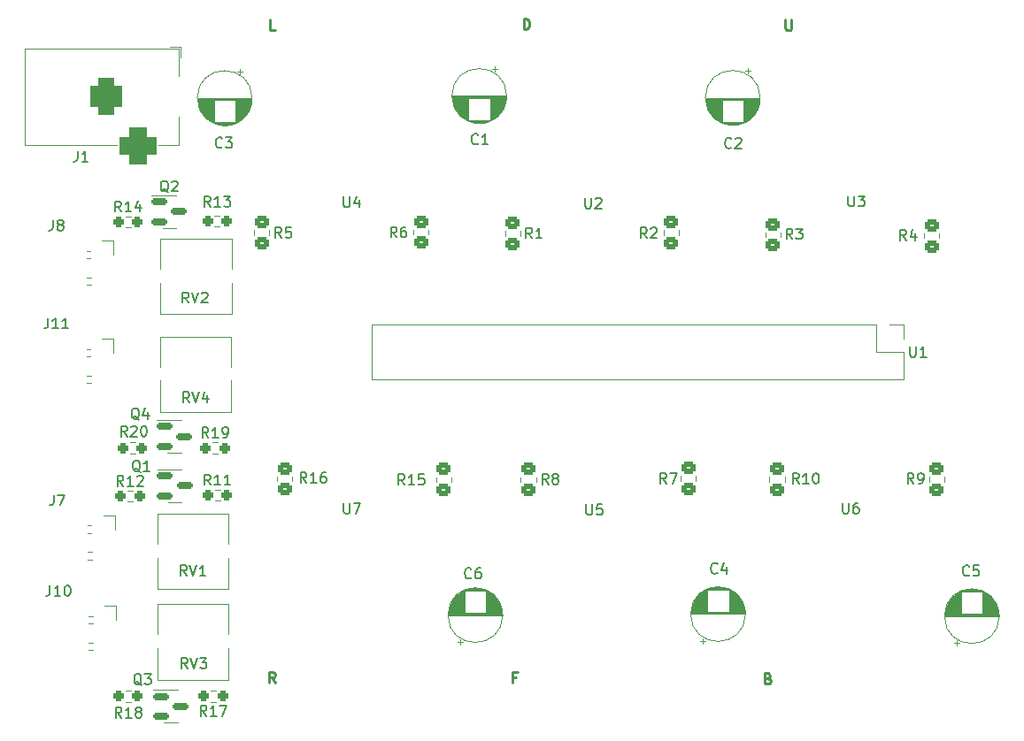
<source format=gto>
G04 #@! TF.GenerationSoftware,KiCad,Pcbnew,(6.0.7)*
G04 #@! TF.CreationDate,2023-03-01T16:32:28+09:00*
G04 #@! TF.ProjectId,main,6d61696e-2e6b-4696-9361-645f70636258,rev?*
G04 #@! TF.SameCoordinates,Original*
G04 #@! TF.FileFunction,Legend,Top*
G04 #@! TF.FilePolarity,Positive*
%FSLAX46Y46*%
G04 Gerber Fmt 4.6, Leading zero omitted, Abs format (unit mm)*
G04 Created by KiCad (PCBNEW (6.0.7)) date 2023-03-01 16:32:28*
%MOMM*%
%LPD*%
G01*
G04 APERTURE LIST*
G04 Aperture macros list*
%AMRoundRect*
0 Rectangle with rounded corners*
0 $1 Rounding radius*
0 $2 $3 $4 $5 $6 $7 $8 $9 X,Y pos of 4 corners*
0 Add a 4 corners polygon primitive as box body*
4,1,4,$2,$3,$4,$5,$6,$7,$8,$9,$2,$3,0*
0 Add four circle primitives for the rounded corners*
1,1,$1+$1,$2,$3*
1,1,$1+$1,$4,$5*
1,1,$1+$1,$6,$7*
1,1,$1+$1,$8,$9*
0 Add four rect primitives between the rounded corners*
20,1,$1+$1,$2,$3,$4,$5,0*
20,1,$1+$1,$4,$5,$6,$7,0*
20,1,$1+$1,$6,$7,$8,$9,0*
20,1,$1+$1,$8,$9,$2,$3,0*%
G04 Aperture macros list end*
%ADD10C,0.250000*%
%ADD11C,0.150000*%
%ADD12C,0.120000*%
%ADD13R,3.500000X3.500000*%
%ADD14RoundRect,0.750000X-0.750000X-1.000000X0.750000X-1.000000X0.750000X1.000000X-0.750000X1.000000X0*%
%ADD15RoundRect,0.875000X-0.875000X-0.875000X0.875000X-0.875000X0.875000X0.875000X-0.875000X0.875000X0*%
%ADD16RoundRect,0.250000X0.450000X-0.350000X0.450000X0.350000X-0.450000X0.350000X-0.450000X-0.350000X0*%
%ADD17RoundRect,0.237500X0.250000X0.237500X-0.250000X0.237500X-0.250000X-0.237500X0.250000X-0.237500X0*%
%ADD18RoundRect,0.150000X-0.587500X-0.150000X0.587500X-0.150000X0.587500X0.150000X-0.587500X0.150000X0*%
%ADD19RoundRect,0.237500X-0.250000X-0.237500X0.250000X-0.237500X0.250000X0.237500X-0.250000X0.237500X0*%
%ADD20R,1.700000X1.700000*%
%ADD21O,1.700000X1.700000*%
%ADD22RoundRect,0.250000X-0.450000X0.350000X-0.450000X-0.350000X0.450000X-0.350000X0.450000X0.350000X0*%
%ADD23C,1.440000*%
%ADD24R,1.600000X1.600000*%
%ADD25C,1.600000*%
%ADD26C,1.524000*%
G04 APERTURE END LIST*
D10*
X166046428Y-130553571D02*
X166189285Y-130601190D01*
X166236904Y-130648809D01*
X166284523Y-130744047D01*
X166284523Y-130886904D01*
X166236904Y-130982142D01*
X166189285Y-131029761D01*
X166094047Y-131077380D01*
X165713095Y-131077380D01*
X165713095Y-130077380D01*
X166046428Y-130077380D01*
X166141666Y-130125000D01*
X166189285Y-130172619D01*
X166236904Y-130267857D01*
X166236904Y-130363095D01*
X166189285Y-130458333D01*
X166141666Y-130505952D01*
X166046428Y-130553571D01*
X165713095Y-130553571D01*
X118884523Y-130977380D02*
X118551190Y-130501190D01*
X118313095Y-130977380D02*
X118313095Y-129977380D01*
X118694047Y-129977380D01*
X118789285Y-130025000D01*
X118836904Y-130072619D01*
X118884523Y-130167857D01*
X118884523Y-130310714D01*
X118836904Y-130405952D01*
X118789285Y-130453571D01*
X118694047Y-130501190D01*
X118313095Y-130501190D01*
X118884523Y-68502380D02*
X118408333Y-68502380D01*
X118408333Y-67502380D01*
X142663095Y-68402380D02*
X142663095Y-67402380D01*
X142901190Y-67402380D01*
X143044047Y-67450000D01*
X143139285Y-67545238D01*
X143186904Y-67640476D01*
X143234523Y-67830952D01*
X143234523Y-67973809D01*
X143186904Y-68164285D01*
X143139285Y-68259523D01*
X143044047Y-68354761D01*
X142901190Y-68402380D01*
X142663095Y-68402380D01*
X141942857Y-130453571D02*
X141609523Y-130453571D01*
X141609523Y-130977380D02*
X141609523Y-129977380D01*
X142085714Y-129977380D01*
X167714285Y-67502380D02*
X167714285Y-68311904D01*
X167761904Y-68407142D01*
X167809523Y-68454761D01*
X167904761Y-68502380D01*
X168095238Y-68502380D01*
X168190476Y-68454761D01*
X168238095Y-68407142D01*
X168285714Y-68311904D01*
X168285714Y-67502380D01*
D11*
X99991666Y-80069880D02*
X99991666Y-80784166D01*
X99944047Y-80927023D01*
X99848809Y-81022261D01*
X99705952Y-81069880D01*
X99610714Y-81069880D01*
X100991666Y-81069880D02*
X100420238Y-81069880D01*
X100705952Y-81069880D02*
X100705952Y-80069880D01*
X100610714Y-80212738D01*
X100515476Y-80307976D01*
X100420238Y-80355595D01*
X156333333Y-111927380D02*
X156000000Y-111451190D01*
X155761904Y-111927380D02*
X155761904Y-110927380D01*
X156142857Y-110927380D01*
X156238095Y-110975000D01*
X156285714Y-111022619D01*
X156333333Y-111117857D01*
X156333333Y-111260714D01*
X156285714Y-111355952D01*
X156238095Y-111403571D01*
X156142857Y-111451190D01*
X155761904Y-111451190D01*
X156666666Y-110927380D02*
X157333333Y-110927380D01*
X156904761Y-111927380D01*
X104732142Y-107402380D02*
X104398809Y-106926190D01*
X104160714Y-107402380D02*
X104160714Y-106402380D01*
X104541666Y-106402380D01*
X104636904Y-106450000D01*
X104684523Y-106497619D01*
X104732142Y-106592857D01*
X104732142Y-106735714D01*
X104684523Y-106830952D01*
X104636904Y-106878571D01*
X104541666Y-106926190D01*
X104160714Y-106926190D01*
X105113095Y-106497619D02*
X105160714Y-106450000D01*
X105255952Y-106402380D01*
X105494047Y-106402380D01*
X105589285Y-106450000D01*
X105636904Y-106497619D01*
X105684523Y-106592857D01*
X105684523Y-106688095D01*
X105636904Y-106830952D01*
X105065476Y-107402380D01*
X105684523Y-107402380D01*
X106303571Y-106402380D02*
X106398809Y-106402380D01*
X106494047Y-106450000D01*
X106541666Y-106497619D01*
X106589285Y-106592857D01*
X106636904Y-106783333D01*
X106636904Y-107021428D01*
X106589285Y-107211904D01*
X106541666Y-107307142D01*
X106494047Y-107354761D01*
X106398809Y-107402380D01*
X106303571Y-107402380D01*
X106208333Y-107354761D01*
X106160714Y-107307142D01*
X106113095Y-107211904D01*
X106065476Y-107021428D01*
X106065476Y-106783333D01*
X106113095Y-106592857D01*
X106160714Y-106497619D01*
X106208333Y-106450000D01*
X106303571Y-106402380D01*
X106129761Y-131222619D02*
X106034523Y-131175000D01*
X105939285Y-131079761D01*
X105796428Y-130936904D01*
X105701190Y-130889285D01*
X105605952Y-130889285D01*
X105653571Y-131127380D02*
X105558333Y-131079761D01*
X105463095Y-130984523D01*
X105415476Y-130794047D01*
X105415476Y-130460714D01*
X105463095Y-130270238D01*
X105558333Y-130175000D01*
X105653571Y-130127380D01*
X105844047Y-130127380D01*
X105939285Y-130175000D01*
X106034523Y-130270238D01*
X106082142Y-130460714D01*
X106082142Y-130794047D01*
X106034523Y-130984523D01*
X105939285Y-131079761D01*
X105844047Y-131127380D01*
X105653571Y-131127380D01*
X106415476Y-130127380D02*
X107034523Y-130127380D01*
X106701190Y-130508333D01*
X106844047Y-130508333D01*
X106939285Y-130555952D01*
X106986904Y-130603571D01*
X107034523Y-130698809D01*
X107034523Y-130936904D01*
X106986904Y-131032142D01*
X106939285Y-131079761D01*
X106844047Y-131127380D01*
X106558333Y-131127380D01*
X106463095Y-131079761D01*
X106415476Y-131032142D01*
X106004761Y-110797619D02*
X105909523Y-110750000D01*
X105814285Y-110654761D01*
X105671428Y-110511904D01*
X105576190Y-110464285D01*
X105480952Y-110464285D01*
X105528571Y-110702380D02*
X105433333Y-110654761D01*
X105338095Y-110559523D01*
X105290476Y-110369047D01*
X105290476Y-110035714D01*
X105338095Y-109845238D01*
X105433333Y-109750000D01*
X105528571Y-109702380D01*
X105719047Y-109702380D01*
X105814285Y-109750000D01*
X105909523Y-109845238D01*
X105957142Y-110035714D01*
X105957142Y-110369047D01*
X105909523Y-110559523D01*
X105814285Y-110654761D01*
X105719047Y-110702380D01*
X105528571Y-110702380D01*
X106909523Y-110702380D02*
X106338095Y-110702380D01*
X106623809Y-110702380D02*
X106623809Y-109702380D01*
X106528571Y-109845238D01*
X106433333Y-109940476D01*
X106338095Y-109988095D01*
X112732142Y-112047380D02*
X112398809Y-111571190D01*
X112160714Y-112047380D02*
X112160714Y-111047380D01*
X112541666Y-111047380D01*
X112636904Y-111095000D01*
X112684523Y-111142619D01*
X112732142Y-111237857D01*
X112732142Y-111380714D01*
X112684523Y-111475952D01*
X112636904Y-111523571D01*
X112541666Y-111571190D01*
X112160714Y-111571190D01*
X113684523Y-112047380D02*
X113113095Y-112047380D01*
X113398809Y-112047380D02*
X113398809Y-111047380D01*
X113303571Y-111190238D01*
X113208333Y-111285476D01*
X113113095Y-111333095D01*
X114636904Y-112047380D02*
X114065476Y-112047380D01*
X114351190Y-112047380D02*
X114351190Y-111047380D01*
X114255952Y-111190238D01*
X114160714Y-111285476D01*
X114065476Y-111333095D01*
X104182142Y-85872380D02*
X103848809Y-85396190D01*
X103610714Y-85872380D02*
X103610714Y-84872380D01*
X103991666Y-84872380D01*
X104086904Y-84920000D01*
X104134523Y-84967619D01*
X104182142Y-85062857D01*
X104182142Y-85205714D01*
X104134523Y-85300952D01*
X104086904Y-85348571D01*
X103991666Y-85396190D01*
X103610714Y-85396190D01*
X105134523Y-85872380D02*
X104563095Y-85872380D01*
X104848809Y-85872380D02*
X104848809Y-84872380D01*
X104753571Y-85015238D01*
X104658333Y-85110476D01*
X104563095Y-85158095D01*
X105991666Y-85205714D02*
X105991666Y-85872380D01*
X105753571Y-84824761D02*
X105515476Y-85539047D01*
X106134523Y-85539047D01*
X112519642Y-107522380D02*
X112186309Y-107046190D01*
X111948214Y-107522380D02*
X111948214Y-106522380D01*
X112329166Y-106522380D01*
X112424404Y-106570000D01*
X112472023Y-106617619D01*
X112519642Y-106712857D01*
X112519642Y-106855714D01*
X112472023Y-106950952D01*
X112424404Y-106998571D01*
X112329166Y-107046190D01*
X111948214Y-107046190D01*
X113472023Y-107522380D02*
X112900595Y-107522380D01*
X113186309Y-107522380D02*
X113186309Y-106522380D01*
X113091071Y-106665238D01*
X112995833Y-106760476D01*
X112900595Y-106808095D01*
X113948214Y-107522380D02*
X114138690Y-107522380D01*
X114233928Y-107474761D01*
X114281547Y-107427142D01*
X114376785Y-107284285D01*
X114424404Y-107093809D01*
X114424404Y-106712857D01*
X114376785Y-106617619D01*
X114329166Y-106570000D01*
X114233928Y-106522380D01*
X114043452Y-106522380D01*
X113948214Y-106570000D01*
X113900595Y-106617619D01*
X113852976Y-106712857D01*
X113852976Y-106950952D01*
X113900595Y-107046190D01*
X113948214Y-107093809D01*
X114043452Y-107141428D01*
X114233928Y-107141428D01*
X114329166Y-107093809D01*
X114376785Y-107046190D01*
X114424404Y-106950952D01*
X112707142Y-85402380D02*
X112373809Y-84926190D01*
X112135714Y-85402380D02*
X112135714Y-84402380D01*
X112516666Y-84402380D01*
X112611904Y-84450000D01*
X112659523Y-84497619D01*
X112707142Y-84592857D01*
X112707142Y-84735714D01*
X112659523Y-84830952D01*
X112611904Y-84878571D01*
X112516666Y-84926190D01*
X112135714Y-84926190D01*
X113659523Y-85402380D02*
X113088095Y-85402380D01*
X113373809Y-85402380D02*
X113373809Y-84402380D01*
X113278571Y-84545238D01*
X113183333Y-84640476D01*
X113088095Y-84688095D01*
X113992857Y-84402380D02*
X114611904Y-84402380D01*
X114278571Y-84783333D01*
X114421428Y-84783333D01*
X114516666Y-84830952D01*
X114564285Y-84878571D01*
X114611904Y-84973809D01*
X114611904Y-85211904D01*
X114564285Y-85307142D01*
X114516666Y-85354761D01*
X114421428Y-85402380D01*
X114135714Y-85402380D01*
X114040476Y-85354761D01*
X113992857Y-85307142D01*
X97636666Y-86682380D02*
X97636666Y-87396666D01*
X97589047Y-87539523D01*
X97493809Y-87634761D01*
X97350952Y-87682380D01*
X97255714Y-87682380D01*
X98255714Y-87110952D02*
X98160476Y-87063333D01*
X98112857Y-87015714D01*
X98065238Y-86920476D01*
X98065238Y-86872857D01*
X98112857Y-86777619D01*
X98160476Y-86730000D01*
X98255714Y-86682380D01*
X98446190Y-86682380D01*
X98541428Y-86730000D01*
X98589047Y-86777619D01*
X98636666Y-86872857D01*
X98636666Y-86920476D01*
X98589047Y-87015714D01*
X98541428Y-87063333D01*
X98446190Y-87110952D01*
X98255714Y-87110952D01*
X98160476Y-87158571D01*
X98112857Y-87206190D01*
X98065238Y-87301428D01*
X98065238Y-87491904D01*
X98112857Y-87587142D01*
X98160476Y-87634761D01*
X98255714Y-87682380D01*
X98446190Y-87682380D01*
X98541428Y-87634761D01*
X98589047Y-87587142D01*
X98636666Y-87491904D01*
X98636666Y-87301428D01*
X98589047Y-87206190D01*
X98541428Y-87158571D01*
X98446190Y-87110952D01*
X143483333Y-88427380D02*
X143150000Y-87951190D01*
X142911904Y-88427380D02*
X142911904Y-87427380D01*
X143292857Y-87427380D01*
X143388095Y-87475000D01*
X143435714Y-87522619D01*
X143483333Y-87617857D01*
X143483333Y-87760714D01*
X143435714Y-87855952D01*
X143388095Y-87903571D01*
X143292857Y-87951190D01*
X142911904Y-87951190D01*
X144435714Y-88427380D02*
X143864285Y-88427380D01*
X144150000Y-88427380D02*
X144150000Y-87427380D01*
X144054761Y-87570238D01*
X143959523Y-87665476D01*
X143864285Y-87713095D01*
X154458333Y-88402380D02*
X154125000Y-87926190D01*
X153886904Y-88402380D02*
X153886904Y-87402380D01*
X154267857Y-87402380D01*
X154363095Y-87450000D01*
X154410714Y-87497619D01*
X154458333Y-87592857D01*
X154458333Y-87735714D01*
X154410714Y-87830952D01*
X154363095Y-87878571D01*
X154267857Y-87926190D01*
X153886904Y-87926190D01*
X154839285Y-87497619D02*
X154886904Y-87450000D01*
X154982142Y-87402380D01*
X155220238Y-87402380D01*
X155315476Y-87450000D01*
X155363095Y-87497619D01*
X155410714Y-87592857D01*
X155410714Y-87688095D01*
X155363095Y-87830952D01*
X154791666Y-88402380D01*
X155410714Y-88402380D01*
X112332142Y-134157380D02*
X111998809Y-133681190D01*
X111760714Y-134157380D02*
X111760714Y-133157380D01*
X112141666Y-133157380D01*
X112236904Y-133205000D01*
X112284523Y-133252619D01*
X112332142Y-133347857D01*
X112332142Y-133490714D01*
X112284523Y-133585952D01*
X112236904Y-133633571D01*
X112141666Y-133681190D01*
X111760714Y-133681190D01*
X113284523Y-134157380D02*
X112713095Y-134157380D01*
X112998809Y-134157380D02*
X112998809Y-133157380D01*
X112903571Y-133300238D01*
X112808333Y-133395476D01*
X112713095Y-133443095D01*
X113617857Y-133157380D02*
X114284523Y-133157380D01*
X113855952Y-134157380D01*
X179283333Y-88602380D02*
X178950000Y-88126190D01*
X178711904Y-88602380D02*
X178711904Y-87602380D01*
X179092857Y-87602380D01*
X179188095Y-87650000D01*
X179235714Y-87697619D01*
X179283333Y-87792857D01*
X179283333Y-87935714D01*
X179235714Y-88030952D01*
X179188095Y-88078571D01*
X179092857Y-88126190D01*
X178711904Y-88126190D01*
X180140476Y-87935714D02*
X180140476Y-88602380D01*
X179902380Y-87554761D02*
X179664285Y-88269047D01*
X180283333Y-88269047D01*
X110454761Y-120727380D02*
X110121428Y-120251190D01*
X109883333Y-120727380D02*
X109883333Y-119727380D01*
X110264285Y-119727380D01*
X110359523Y-119775000D01*
X110407142Y-119822619D01*
X110454761Y-119917857D01*
X110454761Y-120060714D01*
X110407142Y-120155952D01*
X110359523Y-120203571D01*
X110264285Y-120251190D01*
X109883333Y-120251190D01*
X110740476Y-119727380D02*
X111073809Y-120727380D01*
X111407142Y-119727380D01*
X112264285Y-120727380D02*
X111692857Y-120727380D01*
X111978571Y-120727380D02*
X111978571Y-119727380D01*
X111883333Y-119870238D01*
X111788095Y-119965476D01*
X111692857Y-120013095D01*
X121907142Y-111827380D02*
X121573809Y-111351190D01*
X121335714Y-111827380D02*
X121335714Y-110827380D01*
X121716666Y-110827380D01*
X121811904Y-110875000D01*
X121859523Y-110922619D01*
X121907142Y-111017857D01*
X121907142Y-111160714D01*
X121859523Y-111255952D01*
X121811904Y-111303571D01*
X121716666Y-111351190D01*
X121335714Y-111351190D01*
X122859523Y-111827380D02*
X122288095Y-111827380D01*
X122573809Y-111827380D02*
X122573809Y-110827380D01*
X122478571Y-110970238D01*
X122383333Y-111065476D01*
X122288095Y-111113095D01*
X123716666Y-110827380D02*
X123526190Y-110827380D01*
X123430952Y-110875000D01*
X123383333Y-110922619D01*
X123288095Y-111065476D01*
X123240476Y-111255952D01*
X123240476Y-111636904D01*
X123288095Y-111732142D01*
X123335714Y-111779761D01*
X123430952Y-111827380D01*
X123621428Y-111827380D01*
X123716666Y-111779761D01*
X123764285Y-111732142D01*
X123811904Y-111636904D01*
X123811904Y-111398809D01*
X123764285Y-111303571D01*
X123716666Y-111255952D01*
X123621428Y-111208333D01*
X123430952Y-111208333D01*
X123335714Y-111255952D01*
X123288095Y-111303571D01*
X123240476Y-111398809D01*
X162558333Y-79707142D02*
X162510714Y-79754761D01*
X162367857Y-79802380D01*
X162272619Y-79802380D01*
X162129761Y-79754761D01*
X162034523Y-79659523D01*
X161986904Y-79564285D01*
X161939285Y-79373809D01*
X161939285Y-79230952D01*
X161986904Y-79040476D01*
X162034523Y-78945238D01*
X162129761Y-78850000D01*
X162272619Y-78802380D01*
X162367857Y-78802380D01*
X162510714Y-78850000D01*
X162558333Y-78897619D01*
X162939285Y-78897619D02*
X162986904Y-78850000D01*
X163082142Y-78802380D01*
X163320238Y-78802380D01*
X163415476Y-78850000D01*
X163463095Y-78897619D01*
X163510714Y-78992857D01*
X163510714Y-79088095D01*
X163463095Y-79230952D01*
X162891666Y-79802380D01*
X163510714Y-79802380D01*
X148548095Y-84552380D02*
X148548095Y-85361904D01*
X148595714Y-85457142D01*
X148643333Y-85504761D01*
X148738571Y-85552380D01*
X148929047Y-85552380D01*
X149024285Y-85504761D01*
X149071904Y-85457142D01*
X149119523Y-85361904D01*
X149119523Y-84552380D01*
X149548095Y-84647619D02*
X149595714Y-84600000D01*
X149690952Y-84552380D01*
X149929047Y-84552380D01*
X150024285Y-84600000D01*
X150071904Y-84647619D01*
X150119523Y-84742857D01*
X150119523Y-84838095D01*
X150071904Y-84980952D01*
X149500476Y-85552380D01*
X150119523Y-85552380D01*
X130533333Y-88327380D02*
X130200000Y-87851190D01*
X129961904Y-88327380D02*
X129961904Y-87327380D01*
X130342857Y-87327380D01*
X130438095Y-87375000D01*
X130485714Y-87422619D01*
X130533333Y-87517857D01*
X130533333Y-87660714D01*
X130485714Y-87755952D01*
X130438095Y-87803571D01*
X130342857Y-87851190D01*
X129961904Y-87851190D01*
X131390476Y-87327380D02*
X131200000Y-87327380D01*
X131104761Y-87375000D01*
X131057142Y-87422619D01*
X130961904Y-87565476D01*
X130914285Y-87755952D01*
X130914285Y-88136904D01*
X130961904Y-88232142D01*
X131009523Y-88279761D01*
X131104761Y-88327380D01*
X131295238Y-88327380D01*
X131390476Y-88279761D01*
X131438095Y-88232142D01*
X131485714Y-88136904D01*
X131485714Y-87898809D01*
X131438095Y-87803571D01*
X131390476Y-87755952D01*
X131295238Y-87708333D01*
X131104761Y-87708333D01*
X131009523Y-87755952D01*
X130961904Y-87803571D01*
X130914285Y-87898809D01*
X161208333Y-120432129D02*
X161160714Y-120479748D01*
X161017857Y-120527367D01*
X160922619Y-120527367D01*
X160779761Y-120479748D01*
X160684523Y-120384510D01*
X160636904Y-120289272D01*
X160589285Y-120098796D01*
X160589285Y-119955939D01*
X160636904Y-119765463D01*
X160684523Y-119670225D01*
X160779761Y-119574987D01*
X160922619Y-119527367D01*
X161017857Y-119527367D01*
X161160714Y-119574987D01*
X161208333Y-119622606D01*
X162065476Y-119860701D02*
X162065476Y-120527367D01*
X161827380Y-119479748D02*
X161589285Y-120194034D01*
X162208333Y-120194034D01*
X104207142Y-134327380D02*
X103873809Y-133851190D01*
X103635714Y-134327380D02*
X103635714Y-133327380D01*
X104016666Y-133327380D01*
X104111904Y-133375000D01*
X104159523Y-133422619D01*
X104207142Y-133517857D01*
X104207142Y-133660714D01*
X104159523Y-133755952D01*
X104111904Y-133803571D01*
X104016666Y-133851190D01*
X103635714Y-133851190D01*
X105159523Y-134327380D02*
X104588095Y-134327380D01*
X104873809Y-134327380D02*
X104873809Y-133327380D01*
X104778571Y-133470238D01*
X104683333Y-133565476D01*
X104588095Y-133613095D01*
X105730952Y-133755952D02*
X105635714Y-133708333D01*
X105588095Y-133660714D01*
X105540476Y-133565476D01*
X105540476Y-133517857D01*
X105588095Y-133422619D01*
X105635714Y-133375000D01*
X105730952Y-133327380D01*
X105921428Y-133327380D01*
X106016666Y-133375000D01*
X106064285Y-133422619D01*
X106111904Y-133517857D01*
X106111904Y-133565476D01*
X106064285Y-133660714D01*
X106016666Y-133708333D01*
X105921428Y-133755952D01*
X105730952Y-133755952D01*
X105635714Y-133803571D01*
X105588095Y-133851190D01*
X105540476Y-133946428D01*
X105540476Y-134136904D01*
X105588095Y-134232142D01*
X105635714Y-134279761D01*
X105730952Y-134327380D01*
X105921428Y-134327380D01*
X106016666Y-134279761D01*
X106064285Y-134232142D01*
X106111904Y-134136904D01*
X106111904Y-133946428D01*
X106064285Y-133851190D01*
X106016666Y-133803571D01*
X105921428Y-133755952D01*
X110529761Y-129602380D02*
X110196428Y-129126190D01*
X109958333Y-129602380D02*
X109958333Y-128602380D01*
X110339285Y-128602380D01*
X110434523Y-128650000D01*
X110482142Y-128697619D01*
X110529761Y-128792857D01*
X110529761Y-128935714D01*
X110482142Y-129030952D01*
X110434523Y-129078571D01*
X110339285Y-129126190D01*
X109958333Y-129126190D01*
X110815476Y-128602380D02*
X111148809Y-129602380D01*
X111482142Y-128602380D01*
X111720238Y-128602380D02*
X112339285Y-128602380D01*
X112005952Y-128983333D01*
X112148809Y-128983333D01*
X112244047Y-129030952D01*
X112291666Y-129078571D01*
X112339285Y-129173809D01*
X112339285Y-129411904D01*
X112291666Y-129507142D01*
X112244047Y-129554761D01*
X112148809Y-129602380D01*
X111863095Y-129602380D01*
X111767857Y-129554761D01*
X111720238Y-129507142D01*
X125463095Y-84427380D02*
X125463095Y-85236904D01*
X125510714Y-85332142D01*
X125558333Y-85379761D01*
X125653571Y-85427380D01*
X125844047Y-85427380D01*
X125939285Y-85379761D01*
X125986904Y-85332142D01*
X126034523Y-85236904D01*
X126034523Y-84427380D01*
X126939285Y-84760714D02*
X126939285Y-85427380D01*
X126701190Y-84379761D02*
X126463095Y-85094047D01*
X127082142Y-85094047D01*
X108679761Y-84022619D02*
X108584523Y-83975000D01*
X108489285Y-83879761D01*
X108346428Y-83736904D01*
X108251190Y-83689285D01*
X108155952Y-83689285D01*
X108203571Y-83927380D02*
X108108333Y-83879761D01*
X108013095Y-83784523D01*
X107965476Y-83594047D01*
X107965476Y-83260714D01*
X108013095Y-83070238D01*
X108108333Y-82975000D01*
X108203571Y-82927380D01*
X108394047Y-82927380D01*
X108489285Y-82975000D01*
X108584523Y-83070238D01*
X108632142Y-83260714D01*
X108632142Y-83594047D01*
X108584523Y-83784523D01*
X108489285Y-83879761D01*
X108394047Y-83927380D01*
X108203571Y-83927380D01*
X109013095Y-83022619D02*
X109060714Y-82975000D01*
X109155952Y-82927380D01*
X109394047Y-82927380D01*
X109489285Y-82975000D01*
X109536904Y-83022619D01*
X109584523Y-83117857D01*
X109584523Y-83213095D01*
X109536904Y-83355952D01*
X108965476Y-83927380D01*
X109584523Y-83927380D01*
X97736666Y-112982380D02*
X97736666Y-113696666D01*
X97689047Y-113839523D01*
X97593809Y-113934761D01*
X97450952Y-113982380D01*
X97355714Y-113982380D01*
X98117619Y-112982380D02*
X98784285Y-112982380D01*
X98355714Y-113982380D01*
X169007142Y-111927380D02*
X168673809Y-111451190D01*
X168435714Y-111927380D02*
X168435714Y-110927380D01*
X168816666Y-110927380D01*
X168911904Y-110975000D01*
X168959523Y-111022619D01*
X169007142Y-111117857D01*
X169007142Y-111260714D01*
X168959523Y-111355952D01*
X168911904Y-111403571D01*
X168816666Y-111451190D01*
X168435714Y-111451190D01*
X169959523Y-111927380D02*
X169388095Y-111927380D01*
X169673809Y-111927380D02*
X169673809Y-110927380D01*
X169578571Y-111070238D01*
X169483333Y-111165476D01*
X169388095Y-111213095D01*
X170578571Y-110927380D02*
X170673809Y-110927380D01*
X170769047Y-110975000D01*
X170816666Y-111022619D01*
X170864285Y-111117857D01*
X170911904Y-111308333D01*
X170911904Y-111546428D01*
X170864285Y-111736904D01*
X170816666Y-111832142D01*
X170769047Y-111879761D01*
X170673809Y-111927380D01*
X170578571Y-111927380D01*
X170483333Y-111879761D01*
X170435714Y-111832142D01*
X170388095Y-111736904D01*
X170340476Y-111546428D01*
X170340476Y-111308333D01*
X170388095Y-111117857D01*
X170435714Y-111022619D01*
X170483333Y-110975000D01*
X170578571Y-110927380D01*
X125463095Y-113777380D02*
X125463095Y-114586904D01*
X125510714Y-114682142D01*
X125558333Y-114729761D01*
X125653571Y-114777380D01*
X125844047Y-114777380D01*
X125939285Y-114729761D01*
X125986904Y-114682142D01*
X126034523Y-114586904D01*
X126034523Y-113777380D01*
X126415476Y-113777380D02*
X127082142Y-113777380D01*
X126653571Y-114777380D01*
X105904761Y-105797619D02*
X105809523Y-105750000D01*
X105714285Y-105654761D01*
X105571428Y-105511904D01*
X105476190Y-105464285D01*
X105380952Y-105464285D01*
X105428571Y-105702380D02*
X105333333Y-105654761D01*
X105238095Y-105559523D01*
X105190476Y-105369047D01*
X105190476Y-105035714D01*
X105238095Y-104845238D01*
X105333333Y-104750000D01*
X105428571Y-104702380D01*
X105619047Y-104702380D01*
X105714285Y-104750000D01*
X105809523Y-104845238D01*
X105857142Y-105035714D01*
X105857142Y-105369047D01*
X105809523Y-105559523D01*
X105714285Y-105654761D01*
X105619047Y-105702380D01*
X105428571Y-105702380D01*
X106714285Y-105035714D02*
X106714285Y-105702380D01*
X106476190Y-104654761D02*
X106238095Y-105369047D01*
X106857142Y-105369047D01*
X173728095Y-84377380D02*
X173728095Y-85186904D01*
X173775714Y-85282142D01*
X173823333Y-85329761D01*
X173918571Y-85377380D01*
X174109047Y-85377380D01*
X174204285Y-85329761D01*
X174251904Y-85282142D01*
X174299523Y-85186904D01*
X174299523Y-84377380D01*
X174680476Y-84377380D02*
X175299523Y-84377380D01*
X174966190Y-84758333D01*
X175109047Y-84758333D01*
X175204285Y-84805952D01*
X175251904Y-84853571D01*
X175299523Y-84948809D01*
X175299523Y-85186904D01*
X175251904Y-85282142D01*
X175204285Y-85329761D01*
X175109047Y-85377380D01*
X174823333Y-85377380D01*
X174728095Y-85329761D01*
X174680476Y-85282142D01*
X131282142Y-112027380D02*
X130948809Y-111551190D01*
X130710714Y-112027380D02*
X130710714Y-111027380D01*
X131091666Y-111027380D01*
X131186904Y-111075000D01*
X131234523Y-111122619D01*
X131282142Y-111217857D01*
X131282142Y-111360714D01*
X131234523Y-111455952D01*
X131186904Y-111503571D01*
X131091666Y-111551190D01*
X130710714Y-111551190D01*
X132234523Y-112027380D02*
X131663095Y-112027380D01*
X131948809Y-112027380D02*
X131948809Y-111027380D01*
X131853571Y-111170238D01*
X131758333Y-111265476D01*
X131663095Y-111313095D01*
X133139285Y-111027380D02*
X132663095Y-111027380D01*
X132615476Y-111503571D01*
X132663095Y-111455952D01*
X132758333Y-111408333D01*
X132996428Y-111408333D01*
X133091666Y-111455952D01*
X133139285Y-111503571D01*
X133186904Y-111598809D01*
X133186904Y-111836904D01*
X133139285Y-111932142D01*
X133091666Y-111979761D01*
X132996428Y-112027380D01*
X132758333Y-112027380D01*
X132663095Y-111979761D01*
X132615476Y-111932142D01*
X185308333Y-120657129D02*
X185260714Y-120704748D01*
X185117857Y-120752367D01*
X185022619Y-120752367D01*
X184879761Y-120704748D01*
X184784523Y-120609510D01*
X184736904Y-120514272D01*
X184689285Y-120323796D01*
X184689285Y-120180939D01*
X184736904Y-119990463D01*
X184784523Y-119895225D01*
X184879761Y-119799987D01*
X185022619Y-119752367D01*
X185117857Y-119752367D01*
X185260714Y-119799987D01*
X185308333Y-119847606D01*
X186213095Y-119752367D02*
X185736904Y-119752367D01*
X185689285Y-120228558D01*
X185736904Y-120180939D01*
X185832142Y-120133320D01*
X186070238Y-120133320D01*
X186165476Y-120180939D01*
X186213095Y-120228558D01*
X186260714Y-120323796D01*
X186260714Y-120561891D01*
X186213095Y-120657129D01*
X186165476Y-120704748D01*
X186070238Y-120752367D01*
X185832142Y-120752367D01*
X185736904Y-120704748D01*
X185689285Y-120657129D01*
X145033333Y-111977380D02*
X144700000Y-111501190D01*
X144461904Y-111977380D02*
X144461904Y-110977380D01*
X144842857Y-110977380D01*
X144938095Y-111025000D01*
X144985714Y-111072619D01*
X145033333Y-111167857D01*
X145033333Y-111310714D01*
X144985714Y-111405952D01*
X144938095Y-111453571D01*
X144842857Y-111501190D01*
X144461904Y-111501190D01*
X145604761Y-111405952D02*
X145509523Y-111358333D01*
X145461904Y-111310714D01*
X145414285Y-111215476D01*
X145414285Y-111167857D01*
X145461904Y-111072619D01*
X145509523Y-111025000D01*
X145604761Y-110977380D01*
X145795238Y-110977380D01*
X145890476Y-111025000D01*
X145938095Y-111072619D01*
X145985714Y-111167857D01*
X145985714Y-111215476D01*
X145938095Y-111310714D01*
X145890476Y-111358333D01*
X145795238Y-111405952D01*
X145604761Y-111405952D01*
X145509523Y-111453571D01*
X145461904Y-111501190D01*
X145414285Y-111596428D01*
X145414285Y-111786904D01*
X145461904Y-111882142D01*
X145509523Y-111929761D01*
X145604761Y-111977380D01*
X145795238Y-111977380D01*
X145890476Y-111929761D01*
X145938095Y-111882142D01*
X145985714Y-111786904D01*
X145985714Y-111596428D01*
X145938095Y-111501190D01*
X145890476Y-111453571D01*
X145795238Y-111405952D01*
X148673095Y-113902380D02*
X148673095Y-114711904D01*
X148720714Y-114807142D01*
X148768333Y-114854761D01*
X148863571Y-114902380D01*
X149054047Y-114902380D01*
X149149285Y-114854761D01*
X149196904Y-114807142D01*
X149244523Y-114711904D01*
X149244523Y-113902380D01*
X150196904Y-113902380D02*
X149720714Y-113902380D01*
X149673095Y-114378571D01*
X149720714Y-114330952D01*
X149815952Y-114283333D01*
X150054047Y-114283333D01*
X150149285Y-114330952D01*
X150196904Y-114378571D01*
X150244523Y-114473809D01*
X150244523Y-114711904D01*
X150196904Y-114807142D01*
X150149285Y-114854761D01*
X150054047Y-114902380D01*
X149815952Y-114902380D01*
X149720714Y-114854761D01*
X149673095Y-114807142D01*
X97160476Y-96057380D02*
X97160476Y-96771666D01*
X97112857Y-96914523D01*
X97017619Y-97009761D01*
X96874761Y-97057380D01*
X96779523Y-97057380D01*
X98160476Y-97057380D02*
X97589047Y-97057380D01*
X97874761Y-97057380D02*
X97874761Y-96057380D01*
X97779523Y-96200238D01*
X97684285Y-96295476D01*
X97589047Y-96343095D01*
X99112857Y-97057380D02*
X98541428Y-97057380D01*
X98827142Y-97057380D02*
X98827142Y-96057380D01*
X98731904Y-96200238D01*
X98636666Y-96295476D01*
X98541428Y-96343095D01*
X179983333Y-111927380D02*
X179650000Y-111451190D01*
X179411904Y-111927380D02*
X179411904Y-110927380D01*
X179792857Y-110927380D01*
X179888095Y-110975000D01*
X179935714Y-111022619D01*
X179983333Y-111117857D01*
X179983333Y-111260714D01*
X179935714Y-111355952D01*
X179888095Y-111403571D01*
X179792857Y-111451190D01*
X179411904Y-111451190D01*
X180459523Y-111927380D02*
X180650000Y-111927380D01*
X180745238Y-111879761D01*
X180792857Y-111832142D01*
X180888095Y-111689285D01*
X180935714Y-111498809D01*
X180935714Y-111117857D01*
X180888095Y-111022619D01*
X180840476Y-110975000D01*
X180745238Y-110927380D01*
X180554761Y-110927380D01*
X180459523Y-110975000D01*
X180411904Y-111022619D01*
X180364285Y-111117857D01*
X180364285Y-111355952D01*
X180411904Y-111451190D01*
X180459523Y-111498809D01*
X180554761Y-111546428D01*
X180745238Y-111546428D01*
X180840476Y-111498809D01*
X180888095Y-111451190D01*
X180935714Y-111355952D01*
X104382142Y-112147380D02*
X104048809Y-111671190D01*
X103810714Y-112147380D02*
X103810714Y-111147380D01*
X104191666Y-111147380D01*
X104286904Y-111195000D01*
X104334523Y-111242619D01*
X104382142Y-111337857D01*
X104382142Y-111480714D01*
X104334523Y-111575952D01*
X104286904Y-111623571D01*
X104191666Y-111671190D01*
X103810714Y-111671190D01*
X105334523Y-112147380D02*
X104763095Y-112147380D01*
X105048809Y-112147380D02*
X105048809Y-111147380D01*
X104953571Y-111290238D01*
X104858333Y-111385476D01*
X104763095Y-111433095D01*
X105715476Y-111242619D02*
X105763095Y-111195000D01*
X105858333Y-111147380D01*
X106096428Y-111147380D01*
X106191666Y-111195000D01*
X106239285Y-111242619D01*
X106286904Y-111337857D01*
X106286904Y-111433095D01*
X106239285Y-111575952D01*
X105667857Y-112147380D01*
X106286904Y-112147380D01*
X110704761Y-104152380D02*
X110371428Y-103676190D01*
X110133333Y-104152380D02*
X110133333Y-103152380D01*
X110514285Y-103152380D01*
X110609523Y-103200000D01*
X110657142Y-103247619D01*
X110704761Y-103342857D01*
X110704761Y-103485714D01*
X110657142Y-103580952D01*
X110609523Y-103628571D01*
X110514285Y-103676190D01*
X110133333Y-103676190D01*
X110990476Y-103152380D02*
X111323809Y-104152380D01*
X111657142Y-103152380D01*
X112419047Y-103485714D02*
X112419047Y-104152380D01*
X112180952Y-103104761D02*
X111942857Y-103819047D01*
X112561904Y-103819047D01*
X97360476Y-121657380D02*
X97360476Y-122371666D01*
X97312857Y-122514523D01*
X97217619Y-122609761D01*
X97074761Y-122657380D01*
X96979523Y-122657380D01*
X98360476Y-122657380D02*
X97789047Y-122657380D01*
X98074761Y-122657380D02*
X98074761Y-121657380D01*
X97979523Y-121800238D01*
X97884285Y-121895476D01*
X97789047Y-121943095D01*
X98979523Y-121657380D02*
X99074761Y-121657380D01*
X99170000Y-121705000D01*
X99217619Y-121752619D01*
X99265238Y-121847857D01*
X99312857Y-122038333D01*
X99312857Y-122276428D01*
X99265238Y-122466904D01*
X99217619Y-122562142D01*
X99170000Y-122609761D01*
X99074761Y-122657380D01*
X98979523Y-122657380D01*
X98884285Y-122609761D01*
X98836666Y-122562142D01*
X98789047Y-122466904D01*
X98741428Y-122276428D01*
X98741428Y-122038333D01*
X98789047Y-121847857D01*
X98836666Y-121752619D01*
X98884285Y-121705000D01*
X98979523Y-121657380D01*
X119508333Y-88377380D02*
X119175000Y-87901190D01*
X118936904Y-88377380D02*
X118936904Y-87377380D01*
X119317857Y-87377380D01*
X119413095Y-87425000D01*
X119460714Y-87472619D01*
X119508333Y-87567857D01*
X119508333Y-87710714D01*
X119460714Y-87805952D01*
X119413095Y-87853571D01*
X119317857Y-87901190D01*
X118936904Y-87901190D01*
X120413095Y-87377380D02*
X119936904Y-87377380D01*
X119889285Y-87853571D01*
X119936904Y-87805952D01*
X120032142Y-87758333D01*
X120270238Y-87758333D01*
X120365476Y-87805952D01*
X120413095Y-87853571D01*
X120460714Y-87948809D01*
X120460714Y-88186904D01*
X120413095Y-88282142D01*
X120365476Y-88329761D01*
X120270238Y-88377380D01*
X120032142Y-88377380D01*
X119936904Y-88329761D01*
X119889285Y-88282142D01*
X110629761Y-94602380D02*
X110296428Y-94126190D01*
X110058333Y-94602380D02*
X110058333Y-93602380D01*
X110439285Y-93602380D01*
X110534523Y-93650000D01*
X110582142Y-93697619D01*
X110629761Y-93792857D01*
X110629761Y-93935714D01*
X110582142Y-94030952D01*
X110534523Y-94078571D01*
X110439285Y-94126190D01*
X110058333Y-94126190D01*
X110915476Y-93602380D02*
X111248809Y-94602380D01*
X111582142Y-93602380D01*
X111867857Y-93697619D02*
X111915476Y-93650000D01*
X112010714Y-93602380D01*
X112248809Y-93602380D01*
X112344047Y-93650000D01*
X112391666Y-93697619D01*
X112439285Y-93792857D01*
X112439285Y-93888095D01*
X112391666Y-94030952D01*
X111820238Y-94602380D01*
X112439285Y-94602380D01*
X138308333Y-79332154D02*
X138260714Y-79379773D01*
X138117857Y-79427392D01*
X138022619Y-79427392D01*
X137879761Y-79379773D01*
X137784523Y-79284535D01*
X137736904Y-79189297D01*
X137689285Y-78998821D01*
X137689285Y-78855964D01*
X137736904Y-78665488D01*
X137784523Y-78570250D01*
X137879761Y-78475012D01*
X138022619Y-78427392D01*
X138117857Y-78427392D01*
X138260714Y-78475012D01*
X138308333Y-78522631D01*
X139260714Y-79427392D02*
X138689285Y-79427392D01*
X138975000Y-79427392D02*
X138975000Y-78427392D01*
X138879761Y-78570250D01*
X138784523Y-78665488D01*
X138689285Y-78713107D01*
X179638095Y-98777380D02*
X179638095Y-99586904D01*
X179685714Y-99682142D01*
X179733333Y-99729761D01*
X179828571Y-99777380D01*
X180019047Y-99777380D01*
X180114285Y-99729761D01*
X180161904Y-99682142D01*
X180209523Y-99586904D01*
X180209523Y-98777380D01*
X181209523Y-99777380D02*
X180638095Y-99777380D01*
X180923809Y-99777380D02*
X180923809Y-98777380D01*
X180828571Y-98920238D01*
X180733333Y-99015476D01*
X180638095Y-99063095D01*
X113833333Y-79677042D02*
X113785714Y-79724661D01*
X113642857Y-79772280D01*
X113547619Y-79772280D01*
X113404761Y-79724661D01*
X113309523Y-79629423D01*
X113261904Y-79534185D01*
X113214285Y-79343709D01*
X113214285Y-79200852D01*
X113261904Y-79010376D01*
X113309523Y-78915138D01*
X113404761Y-78819900D01*
X113547619Y-78772280D01*
X113642857Y-78772280D01*
X113785714Y-78819900D01*
X113833333Y-78867519D01*
X114166666Y-78772280D02*
X114785714Y-78772280D01*
X114452380Y-79153233D01*
X114595238Y-79153233D01*
X114690476Y-79200852D01*
X114738095Y-79248471D01*
X114785714Y-79343709D01*
X114785714Y-79581804D01*
X114738095Y-79677042D01*
X114690476Y-79724661D01*
X114595238Y-79772280D01*
X114309523Y-79772280D01*
X114214285Y-79724661D01*
X114166666Y-79677042D01*
X168383333Y-88502380D02*
X168050000Y-88026190D01*
X167811904Y-88502380D02*
X167811904Y-87502380D01*
X168192857Y-87502380D01*
X168288095Y-87550000D01*
X168335714Y-87597619D01*
X168383333Y-87692857D01*
X168383333Y-87835714D01*
X168335714Y-87930952D01*
X168288095Y-87978571D01*
X168192857Y-88026190D01*
X167811904Y-88026190D01*
X168716666Y-87502380D02*
X169335714Y-87502380D01*
X169002380Y-87883333D01*
X169145238Y-87883333D01*
X169240476Y-87930952D01*
X169288095Y-87978571D01*
X169335714Y-88073809D01*
X169335714Y-88311904D01*
X169288095Y-88407142D01*
X169240476Y-88454761D01*
X169145238Y-88502380D01*
X168859523Y-88502380D01*
X168764285Y-88454761D01*
X168716666Y-88407142D01*
X137658333Y-120907129D02*
X137610714Y-120954748D01*
X137467857Y-121002367D01*
X137372619Y-121002367D01*
X137229761Y-120954748D01*
X137134523Y-120859510D01*
X137086904Y-120764272D01*
X137039285Y-120573796D01*
X137039285Y-120430939D01*
X137086904Y-120240463D01*
X137134523Y-120145225D01*
X137229761Y-120049987D01*
X137372619Y-120002367D01*
X137467857Y-120002367D01*
X137610714Y-120049987D01*
X137658333Y-120097606D01*
X138515476Y-120002367D02*
X138325000Y-120002367D01*
X138229761Y-120049987D01*
X138182142Y-120097606D01*
X138086904Y-120240463D01*
X138039285Y-120430939D01*
X138039285Y-120811891D01*
X138086904Y-120907129D01*
X138134523Y-120954748D01*
X138229761Y-121002367D01*
X138420238Y-121002367D01*
X138515476Y-120954748D01*
X138563095Y-120907129D01*
X138610714Y-120811891D01*
X138610714Y-120573796D01*
X138563095Y-120478558D01*
X138515476Y-120430939D01*
X138420238Y-120383320D01*
X138229761Y-120383320D01*
X138134523Y-120430939D01*
X138086904Y-120478558D01*
X138039285Y-120573796D01*
X173188095Y-113777380D02*
X173188095Y-114586904D01*
X173235714Y-114682142D01*
X173283333Y-114729761D01*
X173378571Y-114777380D01*
X173569047Y-114777380D01*
X173664285Y-114729761D01*
X173711904Y-114682142D01*
X173759523Y-114586904D01*
X173759523Y-113777380D01*
X174664285Y-113777380D02*
X174473809Y-113777380D01*
X174378571Y-113825000D01*
X174330952Y-113872619D01*
X174235714Y-114015476D01*
X174188095Y-114205952D01*
X174188095Y-114586904D01*
X174235714Y-114682142D01*
X174283333Y-114729761D01*
X174378571Y-114777380D01*
X174569047Y-114777380D01*
X174664285Y-114729761D01*
X174711904Y-114682142D01*
X174759523Y-114586904D01*
X174759523Y-114348809D01*
X174711904Y-114253571D01*
X174664285Y-114205952D01*
X174569047Y-114158333D01*
X174378571Y-114158333D01*
X174283333Y-114205952D01*
X174235714Y-114253571D01*
X174188095Y-114348809D01*
D12*
X108825000Y-70067500D02*
X109875000Y-70067500D01*
X109675000Y-79467500D02*
X107775000Y-79467500D01*
X109675000Y-70267500D02*
X109675000Y-72867500D01*
X103775000Y-79467500D02*
X94975000Y-79467500D01*
X94975000Y-70267500D02*
X109675000Y-70267500D01*
X109675000Y-76767500D02*
X109675000Y-79467500D01*
X109875000Y-71117500D02*
X109875000Y-70067500D01*
X94975000Y-79467500D02*
X94975000Y-70267500D01*
X159160000Y-111652064D02*
X159160000Y-111197936D01*
X157690000Y-111652064D02*
X157690000Y-111197936D01*
X105504724Y-107977500D02*
X104995276Y-107977500D01*
X105504724Y-109022500D02*
X104995276Y-109022500D01*
X108925000Y-131690000D02*
X107250000Y-131690000D01*
X108925000Y-134810000D02*
X109575000Y-134810000D01*
X108925000Y-131690000D02*
X109575000Y-131690000D01*
X108925000Y-134810000D02*
X108275000Y-134810000D01*
X109300000Y-110565000D02*
X107625000Y-110565000D01*
X109300000Y-113685000D02*
X108650000Y-113685000D01*
X109300000Y-113685000D02*
X109950000Y-113685000D01*
X109300000Y-110565000D02*
X109950000Y-110565000D01*
X113120276Y-112502500D02*
X113629724Y-112502500D01*
X113120276Y-113547500D02*
X113629724Y-113547500D01*
X104570276Y-86327500D02*
X105079724Y-86327500D01*
X104570276Y-87372500D02*
X105079724Y-87372500D01*
X112907776Y-107977500D02*
X113417224Y-107977500D01*
X112907776Y-109022500D02*
X113417224Y-109022500D01*
X113604724Y-86277500D02*
X113095276Y-86277500D01*
X113604724Y-87322500D02*
X113095276Y-87322500D01*
X102350000Y-88670000D02*
X103460000Y-88670000D01*
X100890000Y-89640000D02*
X101240000Y-89640000D01*
X103460000Y-88670000D02*
X103460000Y-90000000D01*
X100890000Y-92900000D02*
X101300000Y-92900000D01*
X100890000Y-92180000D02*
X101300000Y-92180000D01*
X100890000Y-90360000D02*
X101240000Y-90360000D01*
X140890000Y-87722936D02*
X140890000Y-88177064D01*
X142360000Y-87722936D02*
X142360000Y-88177064D01*
X157510000Y-88102064D02*
X157510000Y-87647936D01*
X156040000Y-88102064D02*
X156040000Y-87647936D01*
X113229724Y-131752500D02*
X112720276Y-131752500D01*
X113229724Y-132797500D02*
X112720276Y-132797500D01*
X182435000Y-88427064D02*
X182435000Y-87972936D01*
X180965000Y-88427064D02*
X180965000Y-87972936D01*
X107615000Y-122030000D02*
X107615000Y-119000000D01*
X107615000Y-117700000D02*
X107615000Y-114790000D01*
X114455000Y-122030000D02*
X114455000Y-119000000D01*
X107615000Y-122030000D02*
X114455000Y-122030000D01*
X114455000Y-117700000D02*
X114455000Y-114790000D01*
X107615000Y-114790000D02*
X114455000Y-114790000D01*
X120560000Y-111222936D02*
X120560000Y-111677064D01*
X119090000Y-111222936D02*
X119090000Y-111677064D01*
X165255000Y-75015000D02*
X160095000Y-75015000D01*
X163773000Y-77336000D02*
X161577000Y-77336000D01*
X164118000Y-77136000D02*
X163715000Y-77136000D01*
X161635000Y-76216000D02*
X160407000Y-76216000D01*
X164539000Y-76776000D02*
X163715000Y-76776000D01*
X165248000Y-75175000D02*
X160102000Y-75175000D01*
X161635000Y-76536000D02*
X160610000Y-76536000D01*
X161635000Y-75655000D02*
X160184000Y-75655000D01*
X165155000Y-75696000D02*
X163715000Y-75696000D01*
X161635000Y-76096000D02*
X160346000Y-76096000D01*
X165040000Y-76016000D02*
X163715000Y-76016000D01*
X165186000Y-75575000D02*
X163715000Y-75575000D01*
X161635000Y-75295000D02*
X160114000Y-75295000D01*
X161635000Y-76336000D02*
X160475000Y-76336000D01*
X164280000Y-77016000D02*
X163715000Y-77016000D01*
X161635000Y-77096000D02*
X161175000Y-77096000D01*
X161635000Y-77056000D02*
X161121000Y-77056000D01*
X161635000Y-76016000D02*
X160310000Y-76016000D01*
X161635000Y-76736000D02*
X160774000Y-76736000D01*
X161635000Y-75255000D02*
X160110000Y-75255000D01*
X161635000Y-76856000D02*
X160890000Y-76856000D01*
X161635000Y-75495000D02*
X160147000Y-75495000D01*
X163686000Y-77376000D02*
X161664000Y-77376000D01*
X164229000Y-77056000D02*
X163715000Y-77056000D01*
X165176000Y-75615000D02*
X163715000Y-75615000D01*
X164797000Y-76456000D02*
X163715000Y-76456000D01*
X161635000Y-77216000D02*
X161356000Y-77216000D01*
X164612000Y-76696000D02*
X163715000Y-76696000D01*
X161635000Y-76616000D02*
X160671000Y-76616000D01*
X165218000Y-75415000D02*
X163715000Y-75415000D01*
X165143000Y-75736000D02*
X163715000Y-75736000D01*
X161635000Y-76056000D02*
X160327000Y-76056000D01*
X163994000Y-77216000D02*
X163715000Y-77216000D01*
X165253000Y-75095000D02*
X160097000Y-75095000D01*
X165255000Y-74975000D02*
X160095000Y-74975000D01*
X161635000Y-76896000D02*
X160932000Y-76896000D01*
X161635000Y-77256000D02*
X161424000Y-77256000D01*
X165236000Y-75295000D02*
X163715000Y-75295000D01*
X165195000Y-75535000D02*
X163715000Y-75535000D01*
X161635000Y-75976000D02*
X160293000Y-75976000D01*
X161635000Y-75816000D02*
X160233000Y-75816000D01*
X161635000Y-77016000D02*
X161070000Y-77016000D01*
X165004000Y-76096000D02*
X163715000Y-76096000D01*
X163853000Y-77296000D02*
X161497000Y-77296000D01*
X164875000Y-76336000D02*
X163715000Y-76336000D01*
X165244000Y-75215000D02*
X163715000Y-75215000D01*
X164460000Y-76856000D02*
X163715000Y-76856000D01*
X161635000Y-76576000D02*
X160640000Y-76576000D01*
X164400000Y-72420225D02*
X163900000Y-72420225D01*
X165073000Y-75936000D02*
X163715000Y-75936000D01*
X161635000Y-76456000D02*
X160553000Y-76456000D01*
X163352000Y-77496000D02*
X161998000Y-77496000D01*
X161635000Y-76296000D02*
X160451000Y-76296000D01*
X161635000Y-76696000D02*
X160738000Y-76696000D01*
X165103000Y-75856000D02*
X163715000Y-75856000D01*
X165225000Y-75375000D02*
X163715000Y-75375000D01*
X164646000Y-76656000D02*
X163715000Y-76656000D01*
X161635000Y-75455000D02*
X160139000Y-75455000D01*
X164418000Y-76896000D02*
X163715000Y-76896000D01*
X165057000Y-75976000D02*
X163715000Y-75976000D01*
X161635000Y-76656000D02*
X160704000Y-76656000D01*
X163193000Y-77536000D02*
X162157000Y-77536000D01*
X161635000Y-76816000D02*
X160849000Y-76816000D01*
X161635000Y-75776000D02*
X160220000Y-75776000D01*
X161635000Y-77176000D02*
X161292000Y-77176000D01*
X164058000Y-77176000D02*
X163715000Y-77176000D01*
X165240000Y-75255000D02*
X163715000Y-75255000D01*
X165117000Y-75816000D02*
X163715000Y-75816000D01*
X161635000Y-75696000D02*
X160195000Y-75696000D01*
X161635000Y-75736000D02*
X160207000Y-75736000D01*
X164679000Y-76616000D02*
X163715000Y-76616000D01*
X161635000Y-75535000D02*
X160155000Y-75535000D01*
X164710000Y-76576000D02*
X163715000Y-76576000D01*
X161635000Y-75375000D02*
X160125000Y-75375000D01*
X164374000Y-76936000D02*
X163715000Y-76936000D01*
X161635000Y-75575000D02*
X160164000Y-75575000D01*
X161635000Y-75215000D02*
X160106000Y-75215000D01*
X161635000Y-76136000D02*
X160365000Y-76136000D01*
X165023000Y-76056000D02*
X163715000Y-76056000D01*
X164922000Y-76256000D02*
X163715000Y-76256000D01*
X161635000Y-77136000D02*
X161232000Y-77136000D01*
X161635000Y-75936000D02*
X160277000Y-75936000D01*
X165231000Y-75335000D02*
X163715000Y-75335000D01*
X161635000Y-76176000D02*
X160385000Y-76176000D01*
X164899000Y-76296000D02*
X163715000Y-76296000D01*
X164501000Y-76816000D02*
X163715000Y-76816000D01*
X165130000Y-75776000D02*
X163715000Y-75776000D01*
X164328000Y-76976000D02*
X163715000Y-76976000D01*
X161635000Y-75415000D02*
X160132000Y-75415000D01*
X164740000Y-76536000D02*
X163715000Y-76536000D01*
X161635000Y-75856000D02*
X160247000Y-75856000D01*
X165166000Y-75655000D02*
X163715000Y-75655000D01*
X161635000Y-75896000D02*
X160261000Y-75896000D01*
X163926000Y-77256000D02*
X163715000Y-77256000D01*
X161635000Y-75615000D02*
X160174000Y-75615000D01*
X165203000Y-75495000D02*
X163715000Y-75495000D01*
X164150000Y-72170225D02*
X164150000Y-72670225D01*
X161635000Y-76256000D02*
X160428000Y-76256000D01*
X164175000Y-77096000D02*
X163715000Y-77096000D01*
X164824000Y-76416000D02*
X163715000Y-76416000D01*
X162959000Y-77576000D02*
X162391000Y-77576000D01*
X164965000Y-76176000D02*
X163715000Y-76176000D01*
X164770000Y-76496000D02*
X163715000Y-76496000D01*
X161635000Y-75335000D02*
X160119000Y-75335000D01*
X164985000Y-76136000D02*
X163715000Y-76136000D01*
X165089000Y-75896000D02*
X163715000Y-75896000D01*
X163480000Y-77456000D02*
X161870000Y-77456000D01*
X161635000Y-76976000D02*
X161022000Y-76976000D01*
X164576000Y-76736000D02*
X163715000Y-76736000D01*
X161635000Y-76416000D02*
X160526000Y-76416000D01*
X161635000Y-76936000D02*
X160976000Y-76936000D01*
X165254000Y-75055000D02*
X160096000Y-75055000D01*
X161635000Y-76376000D02*
X160500000Y-76376000D01*
X164850000Y-76376000D02*
X163715000Y-76376000D01*
X161635000Y-76776000D02*
X160811000Y-76776000D01*
X165211000Y-75455000D02*
X163715000Y-75455000D01*
X163590000Y-77416000D02*
X161760000Y-77416000D01*
X165251000Y-75135000D02*
X160099000Y-75135000D01*
X164943000Y-76216000D02*
X163715000Y-76216000D01*
X161635000Y-76496000D02*
X160580000Y-76496000D01*
X165295000Y-74975000D02*
G75*
G03*
X165295000Y-74975000I-2620000J0D01*
G01*
X133585000Y-88077064D02*
X133585000Y-87622936D01*
X132115000Y-88077064D02*
X132115000Y-87622936D01*
X162315000Y-123084100D02*
X163499000Y-123084100D01*
X158699000Y-124245100D02*
X163851000Y-124245100D01*
X162315000Y-123684100D02*
X163755000Y-123684100D01*
X162315000Y-123725100D02*
X163766000Y-123725100D01*
X162315000Y-122124100D02*
X162526000Y-122124100D01*
X162315000Y-124045100D02*
X163831000Y-124045100D01*
X162315000Y-122964100D02*
X163424000Y-122964100D01*
X158833000Y-123564100D02*
X160235000Y-123564100D01*
X159240000Y-122804100D02*
X160235000Y-122804100D01*
X162315000Y-124005100D02*
X163825000Y-124005100D01*
X158764000Y-123805100D02*
X160235000Y-123805100D01*
X158747000Y-123885100D02*
X160235000Y-123885100D01*
X162315000Y-122884100D02*
X163370000Y-122884100D01*
X158927000Y-123324100D02*
X160235000Y-123324100D01*
X159670000Y-122364100D02*
X160235000Y-122364100D01*
X162315000Y-123885100D02*
X163803000Y-123885100D01*
X159100000Y-123004100D02*
X160235000Y-123004100D01*
X162315000Y-123845100D02*
X163795000Y-123845100D01*
X158795000Y-123684100D02*
X160235000Y-123684100D01*
X160360000Y-121964100D02*
X162190000Y-121964100D01*
X159490000Y-122524100D02*
X160235000Y-122524100D01*
X162315000Y-122444100D02*
X162974000Y-122444100D01*
X159411000Y-122604100D02*
X160235000Y-122604100D01*
X159449000Y-122564100D02*
X160235000Y-122564100D01*
X158710000Y-124125100D02*
X160235000Y-124125100D01*
X162315000Y-122164100D02*
X162594000Y-122164100D01*
X159550000Y-126959875D02*
X160050000Y-126959875D01*
X158755000Y-123845100D02*
X160235000Y-123845100D01*
X162315000Y-123324100D02*
X163623000Y-123324100D01*
X162315000Y-123284100D02*
X163604000Y-123284100D01*
X162315000Y-122804100D02*
X163310000Y-122804100D01*
X162315000Y-124165100D02*
X163844000Y-124165100D01*
X159304000Y-122724100D02*
X160235000Y-122724100D01*
X159775000Y-122284100D02*
X160235000Y-122284100D01*
X159374000Y-122644100D02*
X160235000Y-122644100D01*
X162315000Y-122724100D02*
X163246000Y-122724100D01*
X159800000Y-127209875D02*
X159800000Y-126709875D01*
X162315000Y-123925100D02*
X163811000Y-123925100D01*
X159028000Y-123124100D02*
X160235000Y-123124100D01*
X159338000Y-122684100D02*
X160235000Y-122684100D01*
X160470000Y-121924100D02*
X162080000Y-121924100D01*
X160264000Y-122004100D02*
X162286000Y-122004100D01*
X158697000Y-124285100D02*
X163853000Y-124285100D01*
X158739000Y-123925100D02*
X160235000Y-123925100D01*
X162315000Y-122684100D02*
X163212000Y-122684100D01*
X158695000Y-124365100D02*
X163855000Y-124365100D01*
X162315000Y-123604100D02*
X163730000Y-123604100D01*
X162315000Y-122924100D02*
X163397000Y-122924100D01*
X162315000Y-122564100D02*
X163101000Y-122564100D01*
X162315000Y-123364100D02*
X163640000Y-123364100D01*
X162315000Y-122644100D02*
X163176000Y-122644100D01*
X162315000Y-123965100D02*
X163818000Y-123965100D01*
X162315000Y-122604100D02*
X163139000Y-122604100D01*
X162315000Y-123484100D02*
X163689000Y-123484100D01*
X158725000Y-124005100D02*
X160235000Y-124005100D01*
X159153000Y-122924100D02*
X160235000Y-122924100D01*
X160097000Y-122084100D02*
X162453000Y-122084100D01*
X158910000Y-123364100D02*
X160235000Y-123364100D01*
X162315000Y-123404100D02*
X163657000Y-123404100D01*
X162315000Y-122484100D02*
X163018000Y-122484100D01*
X162315000Y-122244100D02*
X162718000Y-122244100D01*
X159721000Y-122324100D02*
X160235000Y-122324100D01*
X162315000Y-123444100D02*
X163673000Y-123444100D01*
X158695000Y-124405100D02*
X163855000Y-124405100D01*
X162315000Y-123044100D02*
X163475000Y-123044100D01*
X159271000Y-122764100D02*
X160235000Y-122764100D01*
X159832000Y-122244100D02*
X160235000Y-122244100D01*
X160024000Y-122124100D02*
X160235000Y-122124100D01*
X162315000Y-124125100D02*
X163840000Y-124125100D01*
X159075000Y-123044100D02*
X160235000Y-123044100D01*
X158714000Y-124085100D02*
X160235000Y-124085100D01*
X162315000Y-123805100D02*
X163786000Y-123805100D01*
X159210000Y-122844100D02*
X160235000Y-122844100D01*
X162315000Y-122364100D02*
X162880000Y-122364100D01*
X158861000Y-123484100D02*
X160235000Y-123484100D01*
X158893000Y-123404100D02*
X160235000Y-123404100D01*
X158807000Y-123644100D02*
X160235000Y-123644100D01*
X162315000Y-123765100D02*
X163776000Y-123765100D01*
X159180000Y-122884100D02*
X160235000Y-122884100D01*
X159576000Y-122444100D02*
X160235000Y-122444100D01*
X158696000Y-124325100D02*
X163854000Y-124325100D01*
X162315000Y-123204100D02*
X163565000Y-123204100D01*
X162315000Y-123524100D02*
X163703000Y-123524100D01*
X160757000Y-121844100D02*
X161793000Y-121844100D01*
X158985000Y-123204100D02*
X160235000Y-123204100D01*
X158719000Y-124045100D02*
X160235000Y-124045100D01*
X158847000Y-123524100D02*
X160235000Y-123524100D01*
X162315000Y-122844100D02*
X163340000Y-122844100D01*
X162315000Y-124085100D02*
X163836000Y-124085100D01*
X162315000Y-122324100D02*
X162829000Y-122324100D01*
X159532000Y-122484100D02*
X160235000Y-122484100D01*
X160598000Y-121884100D02*
X161952000Y-121884100D01*
X158784000Y-123725100D02*
X160235000Y-123725100D01*
X158820000Y-123604100D02*
X160235000Y-123604100D01*
X159126000Y-122964100D02*
X160235000Y-122964100D01*
X158774000Y-123765100D02*
X160235000Y-123765100D01*
X162315000Y-123004100D02*
X163450000Y-123004100D01*
X158702000Y-124205100D02*
X163848000Y-124205100D01*
X162315000Y-122404100D02*
X162928000Y-122404100D01*
X159956000Y-122164100D02*
X160235000Y-122164100D01*
X162315000Y-123164100D02*
X163543000Y-123164100D01*
X162315000Y-123644100D02*
X163743000Y-123644100D01*
X160991000Y-121804100D02*
X161559000Y-121804100D01*
X162315000Y-122204100D02*
X162658000Y-122204100D01*
X162315000Y-123564100D02*
X163717000Y-123564100D01*
X158877000Y-123444100D02*
X160235000Y-123444100D01*
X162315000Y-122524100D02*
X163060000Y-122524100D01*
X159892000Y-122204100D02*
X160235000Y-122204100D01*
X159622000Y-122404100D02*
X160235000Y-122404100D01*
X162315000Y-123124100D02*
X163522000Y-123124100D01*
X158946000Y-123284100D02*
X160235000Y-123284100D01*
X162315000Y-122764100D02*
X163279000Y-122764100D01*
X158965000Y-123244100D02*
X160235000Y-123244100D01*
X162315000Y-122284100D02*
X162775000Y-122284100D01*
X158732000Y-123965100D02*
X160235000Y-123965100D01*
X159051000Y-123084100D02*
X160235000Y-123084100D01*
X162315000Y-123244100D02*
X163585000Y-123244100D01*
X159007000Y-123164100D02*
X160235000Y-123164100D01*
X160177000Y-122044100D02*
X162373000Y-122044100D01*
X158706000Y-124165100D02*
X160235000Y-124165100D01*
X163895000Y-124405100D02*
G75*
G03*
X163895000Y-124405100I-2620000J0D01*
G01*
X104570276Y-131752500D02*
X105079724Y-131752500D01*
X104570276Y-132797500D02*
X105079724Y-132797500D01*
X114455000Y-126350000D02*
X114455000Y-123440000D01*
X107615000Y-130680000D02*
X114455000Y-130680000D01*
X107615000Y-130680000D02*
X107615000Y-127650000D01*
X107615000Y-123440000D02*
X114455000Y-123440000D01*
X107615000Y-126350000D02*
X107615000Y-123440000D01*
X114455000Y-130680000D02*
X114455000Y-127650000D01*
X108775000Y-87435000D02*
X108125000Y-87435000D01*
X108775000Y-87435000D02*
X109425000Y-87435000D01*
X108775000Y-84315000D02*
X107100000Y-84315000D01*
X108775000Y-84315000D02*
X109425000Y-84315000D01*
X100990000Y-119200000D02*
X101400000Y-119200000D01*
X100990000Y-115940000D02*
X101340000Y-115940000D01*
X100990000Y-118480000D02*
X101400000Y-118480000D01*
X103560000Y-114970000D02*
X103560000Y-116300000D01*
X100990000Y-116660000D02*
X101340000Y-116660000D01*
X102450000Y-114970000D02*
X103560000Y-114970000D01*
X167660000Y-111272936D02*
X167660000Y-111727064D01*
X166190000Y-111272936D02*
X166190000Y-111727064D01*
X109250000Y-105840000D02*
X107575000Y-105840000D01*
X109250000Y-108960000D02*
X108600000Y-108960000D01*
X109250000Y-105840000D02*
X109900000Y-105840000D01*
X109250000Y-108960000D02*
X109900000Y-108960000D01*
X134290000Y-111752064D02*
X134290000Y-111297936D01*
X135760000Y-111752064D02*
X135760000Y-111297936D01*
X183022000Y-124085100D02*
X184510000Y-124085100D01*
X184452000Y-122244100D02*
X186648000Y-122244100D01*
X183807000Y-122684100D02*
X184510000Y-122684100D01*
X186590000Y-123364100D02*
X187818000Y-123364100D01*
X183686000Y-122804100D02*
X184510000Y-122804100D01*
X184167000Y-122404100D02*
X184510000Y-122404100D01*
X183515000Y-123004100D02*
X184510000Y-123004100D01*
X186590000Y-122724100D02*
X187335000Y-122724100D01*
X183095000Y-123804100D02*
X184510000Y-123804100D01*
X186590000Y-124045100D02*
X188070000Y-124045100D01*
X184075000Y-127409875D02*
X184075000Y-126909875D01*
X186590000Y-123204100D02*
X187725000Y-123204100D01*
X184299000Y-122324100D02*
X184510000Y-122324100D01*
X186590000Y-123084100D02*
X187645000Y-123084100D01*
X183108000Y-123764100D02*
X184510000Y-123764100D01*
X186590000Y-123124100D02*
X187672000Y-123124100D01*
X183326000Y-123284100D02*
X184510000Y-123284100D01*
X183455000Y-123084100D02*
X184510000Y-123084100D01*
X182977000Y-124405100D02*
X188123000Y-124405100D01*
X186590000Y-123244100D02*
X187750000Y-123244100D01*
X183485000Y-123044100D02*
X184510000Y-123044100D01*
X186590000Y-123524100D02*
X187898000Y-123524100D01*
X186590000Y-122444100D02*
X186993000Y-122444100D01*
X186590000Y-123324100D02*
X187797000Y-123324100D01*
X183851000Y-122644100D02*
X184510000Y-122644100D01*
X186590000Y-124325100D02*
X188115000Y-124325100D01*
X182989000Y-124285100D02*
X184510000Y-124285100D01*
X183014000Y-124125100D02*
X184510000Y-124125100D01*
X183122000Y-123724100D02*
X184510000Y-123724100D01*
X186590000Y-122644100D02*
X187249000Y-122644100D01*
X184107000Y-122444100D02*
X184510000Y-122444100D01*
X186590000Y-123644100D02*
X187948000Y-123644100D01*
X186590000Y-122884100D02*
X187487000Y-122884100D01*
X186590000Y-123284100D02*
X187774000Y-123284100D01*
X186590000Y-123844100D02*
X188018000Y-123844100D01*
X184873000Y-122084100D02*
X186227000Y-122084100D01*
X183260000Y-123404100D02*
X184510000Y-123404100D01*
X183282000Y-123364100D02*
X184510000Y-123364100D01*
X186590000Y-123404100D02*
X187840000Y-123404100D01*
X183000000Y-124205100D02*
X184510000Y-124205100D01*
X186590000Y-122764100D02*
X187376000Y-122764100D01*
X186590000Y-123164100D02*
X187699000Y-123164100D01*
X182981000Y-124365100D02*
X184510000Y-124365100D01*
X186590000Y-124085100D02*
X188078000Y-124085100D01*
X186590000Y-122404100D02*
X186933000Y-122404100D01*
X186590000Y-124365100D02*
X188119000Y-124365100D01*
X186590000Y-123604100D02*
X187932000Y-123604100D01*
X186590000Y-122324100D02*
X186801000Y-122324100D01*
X186590000Y-123004100D02*
X187585000Y-123004100D01*
X186590000Y-122564100D02*
X187155000Y-122564100D01*
X186590000Y-123764100D02*
X187992000Y-123764100D01*
X183030000Y-124045100D02*
X184510000Y-124045100D01*
X186590000Y-123724100D02*
X187978000Y-123724100D01*
X186590000Y-123925100D02*
X188041000Y-123925100D01*
X183825000Y-127159875D02*
X184325000Y-127159875D01*
X183152000Y-123644100D02*
X184510000Y-123644100D01*
X182972000Y-124485100D02*
X188128000Y-124485100D01*
X183185000Y-123564100D02*
X184510000Y-123564100D01*
X182994000Y-124245100D02*
X184510000Y-124245100D01*
X186590000Y-124285100D02*
X188111000Y-124285100D01*
X182970000Y-124565100D02*
X188130000Y-124565100D01*
X186590000Y-123564100D02*
X187915000Y-123564100D01*
X183059000Y-123925100D02*
X184510000Y-123925100D01*
X186590000Y-122924100D02*
X187521000Y-122924100D01*
X183897000Y-122604100D02*
X184510000Y-122604100D01*
X183375000Y-123204100D02*
X184510000Y-123204100D01*
X182985000Y-124325100D02*
X184510000Y-124325100D01*
X186590000Y-124125100D02*
X188086000Y-124125100D01*
X183428000Y-123124100D02*
X184510000Y-123124100D01*
X185032000Y-122044100D02*
X186068000Y-122044100D01*
X183168000Y-123604100D02*
X184510000Y-123604100D01*
X186590000Y-122364100D02*
X186869000Y-122364100D01*
X186590000Y-122484100D02*
X187050000Y-122484100D01*
X184539000Y-122204100D02*
X186561000Y-122204100D01*
X183082000Y-123844100D02*
X184510000Y-123844100D01*
X186590000Y-123804100D02*
X188005000Y-123804100D01*
X183303000Y-123324100D02*
X184510000Y-123324100D01*
X186590000Y-122844100D02*
X187451000Y-122844100D01*
X183579000Y-122924100D02*
X184510000Y-122924100D01*
X183049000Y-123965100D02*
X184510000Y-123965100D01*
X183401000Y-123164100D02*
X184510000Y-123164100D01*
X182971000Y-124525100D02*
X188129000Y-124525100D01*
X183221000Y-123484100D02*
X184510000Y-123484100D01*
X186590000Y-122964100D02*
X187554000Y-122964100D01*
X183996000Y-122524100D02*
X184510000Y-122524100D01*
X183039000Y-124005100D02*
X184510000Y-124005100D01*
X186590000Y-124005100D02*
X188061000Y-124005100D01*
X183613000Y-122884100D02*
X184510000Y-122884100D01*
X186590000Y-122524100D02*
X187104000Y-122524100D01*
X183724000Y-122764100D02*
X184510000Y-122764100D01*
X186590000Y-122604100D02*
X187203000Y-122604100D01*
X184745000Y-122124100D02*
X186355000Y-122124100D01*
X184231000Y-122364100D02*
X184510000Y-122364100D01*
X184372000Y-122284100D02*
X186728000Y-122284100D01*
X186590000Y-123484100D02*
X187879000Y-123484100D01*
X183765000Y-122724100D02*
X184510000Y-122724100D01*
X183007000Y-124165100D02*
X184510000Y-124165100D01*
X182974000Y-124445100D02*
X188126000Y-124445100D01*
X183136000Y-123684100D02*
X184510000Y-123684100D01*
X185266000Y-122004100D02*
X185834000Y-122004100D01*
X183240000Y-123444100D02*
X184510000Y-123444100D01*
X186590000Y-122684100D02*
X187293000Y-122684100D01*
X183070000Y-123884100D02*
X184510000Y-123884100D01*
X186590000Y-124205100D02*
X188100000Y-124205100D01*
X186590000Y-123444100D02*
X187860000Y-123444100D01*
X186590000Y-123684100D02*
X187964000Y-123684100D01*
X184635000Y-122164100D02*
X186465000Y-122164100D01*
X186590000Y-123884100D02*
X188030000Y-123884100D01*
X183202000Y-123524100D02*
X184510000Y-123524100D01*
X183649000Y-122844100D02*
X184510000Y-122844100D01*
X186590000Y-123965100D02*
X188051000Y-123965100D01*
X184050000Y-122484100D02*
X184510000Y-122484100D01*
X183546000Y-122964100D02*
X184510000Y-122964100D01*
X186590000Y-123044100D02*
X187615000Y-123044100D01*
X186590000Y-122804100D02*
X187414000Y-122804100D01*
X183350000Y-123244100D02*
X184510000Y-123244100D01*
X182970000Y-124605100D02*
X188130000Y-124605100D01*
X186590000Y-124245100D02*
X188106000Y-124245100D01*
X183945000Y-122564100D02*
X184510000Y-122564100D01*
X186590000Y-124165100D02*
X188093000Y-124165100D01*
X188170000Y-124605100D02*
G75*
G03*
X188170000Y-124605100I-2620000J0D01*
G01*
X142390000Y-111297936D02*
X142390000Y-111752064D01*
X143860000Y-111297936D02*
X143860000Y-111752064D01*
X100890000Y-101555000D02*
X101300000Y-101555000D01*
X102350000Y-98045000D02*
X103460000Y-98045000D01*
X100890000Y-99735000D02*
X101240000Y-99735000D01*
X100890000Y-99015000D02*
X101240000Y-99015000D01*
X100890000Y-102275000D02*
X101300000Y-102275000D01*
X103460000Y-98045000D02*
X103460000Y-99375000D01*
X182935000Y-111727064D02*
X182935000Y-111272936D01*
X181465000Y-111727064D02*
X181465000Y-111272936D01*
X104770276Y-112602500D02*
X105279724Y-112602500D01*
X104770276Y-113647500D02*
X105279724Y-113647500D01*
X107865000Y-105080000D02*
X107865000Y-102050000D01*
X107865000Y-100750000D02*
X107865000Y-97840000D01*
X114705000Y-105080000D02*
X114705000Y-102050000D01*
X107865000Y-97840000D02*
X114705000Y-97840000D01*
X114705000Y-100750000D02*
X114705000Y-97840000D01*
X107865000Y-105080000D02*
X114705000Y-105080000D01*
X102550000Y-123645000D02*
X103660000Y-123645000D01*
X101090000Y-127155000D02*
X101500000Y-127155000D01*
X101090000Y-124615000D02*
X101440000Y-124615000D01*
X101090000Y-127875000D02*
X101500000Y-127875000D01*
X103660000Y-123645000D02*
X103660000Y-124975000D01*
X101090000Y-125335000D02*
X101440000Y-125335000D01*
X116890000Y-87647936D02*
X116890000Y-88102064D01*
X118360000Y-87647936D02*
X118360000Y-88102064D01*
X107890000Y-91375000D02*
X107890000Y-88465000D01*
X107890000Y-95705000D02*
X114730000Y-95705000D01*
X107890000Y-95705000D02*
X107890000Y-92675000D01*
X114730000Y-91375000D02*
X114730000Y-88465000D01*
X107890000Y-88465000D02*
X114730000Y-88465000D01*
X114730000Y-95705000D02*
X114730000Y-92675000D01*
X137385000Y-75755900D02*
X136027000Y-75755900D01*
X139925000Y-76915900D02*
X139465000Y-76915900D01*
X137385000Y-75154900D02*
X135869000Y-75154900D01*
X140715000Y-75995900D02*
X139465000Y-75995900D01*
X137385000Y-75074900D02*
X135860000Y-75074900D01*
X137385000Y-76955900D02*
X136982000Y-76955900D01*
X140986000Y-75114900D02*
X139465000Y-75114900D01*
X137385000Y-75915900D02*
X136096000Y-75915900D01*
X140823000Y-75755900D02*
X139465000Y-75755900D01*
X139436000Y-77195900D02*
X137414000Y-77195900D01*
X137385000Y-76715900D02*
X136682000Y-76715900D01*
X138709000Y-77395900D02*
X138141000Y-77395900D01*
X140460000Y-76395900D02*
X139465000Y-76395900D01*
X140289000Y-76595900D02*
X139465000Y-76595900D01*
X140396000Y-76475900D02*
X139465000Y-76475900D01*
X139808000Y-76995900D02*
X139465000Y-76995900D01*
X139340000Y-77235900D02*
X137510000Y-77235900D01*
X139102000Y-77315900D02*
X137748000Y-77315900D01*
X137385000Y-76475900D02*
X136454000Y-76475900D01*
X137385000Y-75995900D02*
X136135000Y-75995900D01*
X140961000Y-75274900D02*
X139465000Y-75274900D01*
X137385000Y-75234900D02*
X135882000Y-75234900D01*
X137385000Y-75515900D02*
X135945000Y-75515900D01*
X139603000Y-77115900D02*
X137247000Y-77115900D01*
X140030000Y-76835900D02*
X139465000Y-76835900D01*
X139230000Y-77275900D02*
X137620000Y-77275900D01*
X139744000Y-77035900D02*
X139465000Y-77035900D01*
X137385000Y-76755900D02*
X136726000Y-76755900D01*
X139676000Y-77075900D02*
X139465000Y-77075900D01*
X140735000Y-75955900D02*
X139465000Y-75955900D01*
X139900000Y-71990125D02*
X139900000Y-72490125D01*
X140078000Y-76795900D02*
X139465000Y-76795900D01*
X140926000Y-75434900D02*
X139465000Y-75434900D01*
X140839000Y-75715900D02*
X139465000Y-75715900D01*
X137385000Y-75675900D02*
X135997000Y-75675900D01*
X137385000Y-75474900D02*
X135934000Y-75474900D01*
X140968000Y-75234900D02*
X139465000Y-75234900D01*
X140520000Y-76315900D02*
X139465000Y-76315900D01*
X140807000Y-75795900D02*
X139465000Y-75795900D01*
X137385000Y-77075900D02*
X137174000Y-77075900D01*
X137385000Y-76035900D02*
X136157000Y-76035900D01*
X137385000Y-75875900D02*
X136077000Y-75875900D01*
X140693000Y-76035900D02*
X139465000Y-76035900D01*
X140124000Y-76755900D02*
X139465000Y-76755900D01*
X140990000Y-75074900D02*
X139465000Y-75074900D01*
X137385000Y-76155900D02*
X136225000Y-76155900D01*
X137385000Y-75635900D02*
X135983000Y-75635900D01*
X140625000Y-76155900D02*
X139465000Y-76155900D01*
X137385000Y-75835900D02*
X136060000Y-75835900D01*
X140168000Y-76715900D02*
X139465000Y-76715900D01*
X137385000Y-75114900D02*
X135864000Y-75114900D01*
X137385000Y-75555900D02*
X135957000Y-75555900D01*
X140773000Y-75875900D02*
X139465000Y-75875900D01*
X140754000Y-75915900D02*
X139465000Y-75915900D01*
X140429000Y-76435900D02*
X139465000Y-76435900D01*
X137385000Y-76195900D02*
X136250000Y-76195900D01*
X137385000Y-77035900D02*
X137106000Y-77035900D01*
X140574000Y-76235900D02*
X139465000Y-76235900D01*
X140936000Y-75394900D02*
X139465000Y-75394900D01*
X140210000Y-76675900D02*
X139465000Y-76675900D01*
X140672000Y-76075900D02*
X139465000Y-76075900D01*
X137385000Y-75795900D02*
X136043000Y-75795900D01*
X140880000Y-75595900D02*
X139465000Y-75595900D01*
X137385000Y-76435900D02*
X136421000Y-76435900D01*
X141004000Y-74874900D02*
X135846000Y-74874900D01*
X141005000Y-74834900D02*
X135845000Y-74834900D01*
X140600000Y-76195900D02*
X139465000Y-76195900D01*
X137385000Y-76875900D02*
X136871000Y-76875900D01*
X140998000Y-74994900D02*
X135852000Y-74994900D01*
X140251000Y-76635900D02*
X139465000Y-76635900D01*
X137385000Y-76515900D02*
X136488000Y-76515900D01*
X137385000Y-75394900D02*
X135914000Y-75394900D01*
X137385000Y-76995900D02*
X137042000Y-76995900D01*
X140853000Y-75675900D02*
X139465000Y-75675900D01*
X137385000Y-76915900D02*
X136925000Y-76915900D01*
X137385000Y-76555900D02*
X136524000Y-76555900D01*
X141005000Y-74794900D02*
X135845000Y-74794900D01*
X137385000Y-75314900D02*
X135897000Y-75314900D01*
X140975000Y-75194900D02*
X139465000Y-75194900D01*
X137385000Y-76115900D02*
X136201000Y-76115900D01*
X137385000Y-76835900D02*
X136820000Y-76835900D01*
X137385000Y-76075900D02*
X136178000Y-76075900D01*
X137385000Y-75715900D02*
X136011000Y-75715900D01*
X138943000Y-77355900D02*
X137907000Y-77355900D01*
X137385000Y-75595900D02*
X135970000Y-75595900D01*
X137385000Y-75034900D02*
X135856000Y-75034900D01*
X137385000Y-76395900D02*
X136390000Y-76395900D01*
X140490000Y-76355900D02*
X139465000Y-76355900D01*
X139523000Y-77155900D02*
X137327000Y-77155900D01*
X140790000Y-75835900D02*
X139465000Y-75835900D01*
X137385000Y-75194900D02*
X135875000Y-75194900D01*
X140362000Y-76515900D02*
X139465000Y-76515900D01*
X140326000Y-76555900D02*
X139465000Y-76555900D01*
X140867000Y-75635900D02*
X139465000Y-75635900D01*
X141003000Y-74914900D02*
X135847000Y-74914900D01*
X137385000Y-76355900D02*
X136360000Y-76355900D01*
X139868000Y-76955900D02*
X139465000Y-76955900D01*
X140953000Y-75314900D02*
X139465000Y-75314900D01*
X137385000Y-76675900D02*
X136640000Y-76675900D01*
X140981000Y-75154900D02*
X139465000Y-75154900D01*
X140916000Y-75474900D02*
X139465000Y-75474900D01*
X137385000Y-75434900D02*
X135924000Y-75434900D01*
X140649000Y-76115900D02*
X139465000Y-76115900D01*
X140994000Y-75034900D02*
X139465000Y-75034900D01*
X137385000Y-76315900D02*
X136330000Y-76315900D01*
X137385000Y-75354900D02*
X135905000Y-75354900D01*
X140905000Y-75515900D02*
X139465000Y-75515900D01*
X137385000Y-76275900D02*
X136303000Y-76275900D01*
X137385000Y-76635900D02*
X136599000Y-76635900D01*
X137385000Y-76235900D02*
X136276000Y-76235900D01*
X137385000Y-75274900D02*
X135889000Y-75274900D01*
X137385000Y-75955900D02*
X136115000Y-75955900D01*
X140150000Y-72240125D02*
X139650000Y-72240125D01*
X139979000Y-76875900D02*
X139465000Y-76875900D01*
X137385000Y-76595900D02*
X136561000Y-76595900D01*
X140547000Y-76275900D02*
X139465000Y-76275900D01*
X137385000Y-76795900D02*
X136772000Y-76795900D01*
X140893000Y-75555900D02*
X139465000Y-75555900D01*
X140945000Y-75354900D02*
X139465000Y-75354900D01*
X141001000Y-74954900D02*
X135849000Y-74954900D01*
X141045000Y-74794900D02*
G75*
G03*
X141045000Y-74794900I-2620000J0D01*
G01*
X176430000Y-96695000D02*
X176430000Y-99295000D01*
X177700000Y-96695000D02*
X179030000Y-96695000D01*
X179030000Y-101895000D02*
X128110000Y-101895000D01*
X128110000Y-96695000D02*
X128110000Y-101895000D01*
X176430000Y-99295000D02*
X179030000Y-99295000D01*
X179030000Y-96695000D02*
X179030000Y-98025000D01*
X179030000Y-99295000D02*
X179030000Y-101895000D01*
X176430000Y-96695000D02*
X128110000Y-96695000D01*
X115774000Y-76955900D02*
X115115000Y-76955900D01*
X116250000Y-76395900D02*
X115115000Y-76395900D01*
X116648000Y-75194900D02*
X111502000Y-75194900D01*
X116322000Y-76275900D02*
X115115000Y-76275900D01*
X116140000Y-76555900D02*
X115115000Y-76555900D01*
X115173000Y-77355900D02*
X112977000Y-77355900D01*
X114593000Y-77555900D02*
X113557000Y-77555900D01*
X116566000Y-75674900D02*
X115115000Y-75674900D01*
X116654000Y-75074900D02*
X111496000Y-75074900D01*
X113035000Y-77155900D02*
X112632000Y-77155900D01*
X116586000Y-75594900D02*
X115115000Y-75594900D01*
X115575000Y-77115900D02*
X115115000Y-77115900D01*
X116046000Y-76675900D02*
X115115000Y-76675900D01*
X116530000Y-75795900D02*
X115115000Y-75795900D01*
X113035000Y-76835900D02*
X112249000Y-76835900D01*
X116012000Y-76715900D02*
X115115000Y-76715900D01*
X113035000Y-77035900D02*
X112470000Y-77035900D01*
X114359000Y-77595900D02*
X113791000Y-77595900D01*
X113035000Y-76275900D02*
X111828000Y-76275900D01*
X113035000Y-75915900D02*
X111661000Y-75915900D01*
X116457000Y-75995900D02*
X115115000Y-75995900D01*
X113035000Y-76675900D02*
X112104000Y-76675900D01*
X113035000Y-77115900D02*
X112575000Y-77115900D01*
X113035000Y-76395900D02*
X111900000Y-76395900D01*
X116079000Y-76635900D02*
X115115000Y-76635900D01*
X116423000Y-76075900D02*
X115115000Y-76075900D01*
X113035000Y-75234900D02*
X111506000Y-75234900D01*
X116170000Y-76515900D02*
X115115000Y-76515900D01*
X116555000Y-75715900D02*
X115115000Y-75715900D01*
X113035000Y-76155900D02*
X111765000Y-76155900D01*
X113035000Y-77275900D02*
X112824000Y-77275900D01*
X116503000Y-75875900D02*
X115115000Y-75875900D01*
X116603000Y-75514900D02*
X115115000Y-75514900D01*
X116655000Y-75034900D02*
X111495000Y-75034900D01*
X115086000Y-77395900D02*
X113064000Y-77395900D01*
X116110000Y-76595900D02*
X115115000Y-76595900D01*
X113035000Y-76035900D02*
X111710000Y-76035900D01*
X116576000Y-75634900D02*
X115115000Y-75634900D01*
X116655000Y-74994900D02*
X111495000Y-74994900D01*
X115518000Y-77155900D02*
X115115000Y-77155900D01*
X113035000Y-75434900D02*
X111532000Y-75434900D01*
X113035000Y-76955900D02*
X112376000Y-76955900D01*
X116644000Y-75234900D02*
X115115000Y-75234900D01*
X113035000Y-75674900D02*
X111584000Y-75674900D01*
X113035000Y-75394900D02*
X111525000Y-75394900D01*
X113035000Y-76195900D02*
X111785000Y-76195900D01*
X116473000Y-75955900D02*
X115115000Y-75955900D01*
X113035000Y-75314900D02*
X111514000Y-75314900D01*
X113035000Y-75274900D02*
X111510000Y-75274900D01*
X115976000Y-76755900D02*
X115115000Y-76755900D01*
X113035000Y-76475900D02*
X111953000Y-76475900D01*
X116631000Y-75354900D02*
X115115000Y-75354900D01*
X115728000Y-76995900D02*
X115115000Y-76995900D01*
X116636000Y-75314900D02*
X115115000Y-75314900D01*
X115326000Y-77275900D02*
X115115000Y-77275900D01*
X116385000Y-76155900D02*
X115115000Y-76155900D01*
X113035000Y-76315900D02*
X111851000Y-76315900D01*
X113035000Y-76715900D02*
X112138000Y-76715900D01*
X113035000Y-76995900D02*
X112422000Y-76995900D01*
X113035000Y-75514900D02*
X111547000Y-75514900D01*
X113035000Y-77195900D02*
X112692000Y-77195900D01*
X113035000Y-75554900D02*
X111555000Y-75554900D01*
X113035000Y-75995900D02*
X111693000Y-75995900D01*
X113035000Y-76635900D02*
X112071000Y-76635900D01*
X116197000Y-76475900D02*
X115115000Y-76475900D01*
X116224000Y-76435900D02*
X115115000Y-76435900D01*
X115550000Y-72190125D02*
X115550000Y-72690125D01*
X113035000Y-76595900D02*
X112040000Y-76595900D01*
X114752000Y-77515900D02*
X113398000Y-77515900D01*
X113035000Y-75594900D02*
X111564000Y-75594900D01*
X115901000Y-76835900D02*
X115115000Y-76835900D01*
X114990000Y-77435900D02*
X113160000Y-77435900D01*
X116543000Y-75755900D02*
X115115000Y-75755900D01*
X113035000Y-76795900D02*
X112211000Y-76795900D01*
X113035000Y-76915900D02*
X112332000Y-76915900D01*
X115680000Y-77035900D02*
X115115000Y-77035900D01*
X113035000Y-77075900D02*
X112521000Y-77075900D01*
X116365000Y-76195900D02*
X115115000Y-76195900D01*
X113035000Y-76235900D02*
X111807000Y-76235900D01*
X116299000Y-76315900D02*
X115115000Y-76315900D01*
X113035000Y-75354900D02*
X111519000Y-75354900D01*
X115939000Y-76795900D02*
X115115000Y-76795900D01*
X113035000Y-75634900D02*
X111574000Y-75634900D01*
X116275000Y-76355900D02*
X115115000Y-76355900D01*
X116404000Y-76115900D02*
X115115000Y-76115900D01*
X115800000Y-72440125D02*
X115300000Y-72440125D01*
X115394000Y-77235900D02*
X115115000Y-77235900D01*
X116625000Y-75394900D02*
X115115000Y-75394900D01*
X113035000Y-76555900D02*
X112010000Y-76555900D01*
X116651000Y-75154900D02*
X111499000Y-75154900D01*
X115818000Y-76915900D02*
X115115000Y-76915900D01*
X116611000Y-75474900D02*
X115115000Y-75474900D01*
X113035000Y-75795900D02*
X111620000Y-75795900D01*
X116440000Y-76035900D02*
X115115000Y-76035900D01*
X113035000Y-75715900D02*
X111595000Y-75715900D01*
X115458000Y-77195900D02*
X115115000Y-77195900D01*
X116343000Y-76235900D02*
X115115000Y-76235900D01*
X116489000Y-75915900D02*
X115115000Y-75915900D01*
X116653000Y-75114900D02*
X111497000Y-75114900D01*
X116640000Y-75274900D02*
X115115000Y-75274900D01*
X113035000Y-77235900D02*
X112756000Y-77235900D01*
X114880000Y-77475900D02*
X113270000Y-77475900D01*
X113035000Y-75474900D02*
X111539000Y-75474900D01*
X115860000Y-76875900D02*
X115115000Y-76875900D01*
X113035000Y-76355900D02*
X111875000Y-76355900D01*
X115629000Y-77075900D02*
X115115000Y-77075900D01*
X116595000Y-75554900D02*
X115115000Y-75554900D01*
X113035000Y-76075900D02*
X111727000Y-76075900D01*
X113035000Y-75835900D02*
X111633000Y-75835900D01*
X113035000Y-76875900D02*
X112290000Y-76875900D01*
X113035000Y-75955900D02*
X111677000Y-75955900D01*
X113035000Y-75755900D02*
X111607000Y-75755900D01*
X115253000Y-77315900D02*
X112897000Y-77315900D01*
X113035000Y-76435900D02*
X111926000Y-76435900D01*
X113035000Y-76115900D02*
X111746000Y-76115900D01*
X113035000Y-76755900D02*
X112174000Y-76755900D01*
X113035000Y-75875900D02*
X111647000Y-75875900D01*
X116517000Y-75835900D02*
X115115000Y-75835900D01*
X113035000Y-76515900D02*
X111980000Y-76515900D01*
X116618000Y-75434900D02*
X115115000Y-75434900D01*
X116695000Y-74994900D02*
G75*
G03*
X116695000Y-74994900I-2620000J0D01*
G01*
X167260000Y-87847936D02*
X167260000Y-88302064D01*
X165790000Y-87847936D02*
X165790000Y-88302064D01*
X139090000Y-122624100D02*
X139835000Y-122624100D01*
X139090000Y-122504100D02*
X139703000Y-122504100D01*
X135514000Y-124025100D02*
X137010000Y-124025100D01*
X139090000Y-122824100D02*
X140021000Y-122824100D01*
X135740000Y-123344100D02*
X137010000Y-123344100D01*
X135652000Y-123544100D02*
X137010000Y-123544100D01*
X136872000Y-122184100D02*
X139228000Y-122184100D01*
X136496000Y-122424100D02*
X137010000Y-122424100D01*
X139090000Y-122864100D02*
X140054000Y-122864100D01*
X139090000Y-123544100D02*
X140448000Y-123544100D01*
X135485000Y-124225100D02*
X137010000Y-124225100D01*
X139090000Y-122344100D02*
X139493000Y-122344100D01*
X139090000Y-124145100D02*
X140606000Y-124145100D01*
X137135000Y-122064100D02*
X138965000Y-122064100D01*
X135477000Y-124305100D02*
X140623000Y-124305100D01*
X136731000Y-122264100D02*
X137010000Y-122264100D01*
X135685000Y-123464100D02*
X137010000Y-123464100D01*
X139090000Y-123064100D02*
X140199000Y-123064100D01*
X139090000Y-123664100D02*
X140492000Y-123664100D01*
X139090000Y-123905100D02*
X140561000Y-123905100D01*
X139090000Y-122264100D02*
X139369000Y-122264100D01*
X139090000Y-123985100D02*
X140578000Y-123985100D01*
X139090000Y-123825100D02*
X140541000Y-123825100D01*
X139090000Y-123224100D02*
X140297000Y-123224100D01*
X136113000Y-122784100D02*
X137010000Y-122784100D01*
X139090000Y-124105100D02*
X140600000Y-124105100D01*
X139090000Y-122584100D02*
X139793000Y-122584100D01*
X136307000Y-122584100D02*
X137010000Y-122584100D01*
X139090000Y-122984100D02*
X140145000Y-122984100D01*
X139090000Y-123504100D02*
X140432000Y-123504100D01*
X135472000Y-124385100D02*
X140628000Y-124385100D01*
X136265000Y-122624100D02*
X137010000Y-122624100D01*
X139090000Y-123384100D02*
X140379000Y-123384100D01*
X139090000Y-122744100D02*
X139951000Y-122744100D01*
X135522000Y-123985100D02*
X137010000Y-123985100D01*
X135955000Y-122984100D02*
X137010000Y-122984100D01*
X135901000Y-123064100D02*
X137010000Y-123064100D01*
X139090000Y-122544100D02*
X139749000Y-122544100D01*
X139090000Y-123264100D02*
X140318000Y-123264100D01*
X136079000Y-122824100D02*
X137010000Y-122824100D01*
X135481000Y-124265100D02*
X137010000Y-124265100D01*
X135470000Y-124505100D02*
X140630000Y-124505100D01*
X137766000Y-121904100D02*
X138334000Y-121904100D01*
X139090000Y-123624100D02*
X140478000Y-123624100D01*
X135470000Y-124465100D02*
X140630000Y-124465100D01*
X139090000Y-122704100D02*
X139914000Y-122704100D01*
X139090000Y-124065100D02*
X140593000Y-124065100D01*
X139090000Y-122944100D02*
X140115000Y-122944100D01*
X136397000Y-122504100D02*
X137010000Y-122504100D01*
X136149000Y-122744100D02*
X137010000Y-122744100D01*
X136952000Y-122144100D02*
X139148000Y-122144100D01*
X139090000Y-124265100D02*
X140619000Y-124265100D01*
X137373000Y-121984100D02*
X138727000Y-121984100D01*
X139090000Y-123744100D02*
X140518000Y-123744100D01*
X136186000Y-122704100D02*
X137010000Y-122704100D01*
X137039000Y-122104100D02*
X139061000Y-122104100D01*
X139090000Y-122424100D02*
X139604000Y-122424100D01*
X137245000Y-122024100D02*
X138855000Y-122024100D01*
X139090000Y-123704100D02*
X140505000Y-123704100D01*
X139090000Y-123184100D02*
X140274000Y-123184100D01*
X139090000Y-122664100D02*
X139876000Y-122664100D01*
X135622000Y-123624100D02*
X137010000Y-123624100D01*
X135595000Y-123704100D02*
X137010000Y-123704100D01*
X135826000Y-123184100D02*
X137010000Y-123184100D01*
X135702000Y-123424100D02*
X137010000Y-123424100D01*
X135500000Y-124105100D02*
X137010000Y-124105100D01*
X135549000Y-123865100D02*
X137010000Y-123865100D01*
X135803000Y-123224100D02*
X137010000Y-123224100D01*
X135608000Y-123664100D02*
X137010000Y-123664100D01*
X139090000Y-123464100D02*
X140415000Y-123464100D01*
X139090000Y-123584100D02*
X140464000Y-123584100D01*
X135489000Y-124185100D02*
X137010000Y-124185100D01*
X136325000Y-127059875D02*
X136825000Y-127059875D01*
X139090000Y-124025100D02*
X140586000Y-124025100D01*
X135559000Y-123825100D02*
X137010000Y-123825100D01*
X135471000Y-124425100D02*
X140629000Y-124425100D01*
X135636000Y-123584100D02*
X137010000Y-123584100D01*
X139090000Y-122784100D02*
X139987000Y-122784100D01*
X135875000Y-123104100D02*
X137010000Y-123104100D01*
X136550000Y-122384100D02*
X137010000Y-122384100D01*
X139090000Y-122904100D02*
X140085000Y-122904100D01*
X139090000Y-123024100D02*
X140172000Y-123024100D01*
X135928000Y-123024100D02*
X137010000Y-123024100D01*
X139090000Y-123784100D02*
X140530000Y-123784100D01*
X135985000Y-122944100D02*
X137010000Y-122944100D01*
X139090000Y-124185100D02*
X140611000Y-124185100D01*
X135507000Y-124065100D02*
X137010000Y-124065100D01*
X135721000Y-123384100D02*
X137010000Y-123384100D01*
X136607000Y-122344100D02*
X137010000Y-122344100D01*
X136667000Y-122304100D02*
X137010000Y-122304100D01*
X136575000Y-127309875D02*
X136575000Y-126809875D01*
X139090000Y-124225100D02*
X140615000Y-124225100D01*
X135494000Y-124145100D02*
X137010000Y-124145100D01*
X135850000Y-123144100D02*
X137010000Y-123144100D01*
X135474000Y-124345100D02*
X140626000Y-124345100D01*
X139090000Y-122464100D02*
X139655000Y-122464100D01*
X136015000Y-122904100D02*
X137010000Y-122904100D01*
X136799000Y-122224100D02*
X137010000Y-122224100D01*
X135668000Y-123504100D02*
X137010000Y-123504100D01*
X135782000Y-123264100D02*
X137010000Y-123264100D01*
X139090000Y-123424100D02*
X140398000Y-123424100D01*
X135530000Y-123945100D02*
X137010000Y-123945100D01*
X139090000Y-123144100D02*
X140250000Y-123144100D01*
X135760000Y-123304100D02*
X137010000Y-123304100D01*
X139090000Y-123304100D02*
X140340000Y-123304100D01*
X135570000Y-123784100D02*
X137010000Y-123784100D01*
X139090000Y-122304100D02*
X139433000Y-122304100D01*
X139090000Y-123344100D02*
X140360000Y-123344100D01*
X136445000Y-122464100D02*
X137010000Y-122464100D01*
X137532000Y-121944100D02*
X138568000Y-121944100D01*
X136351000Y-122544100D02*
X137010000Y-122544100D01*
X135539000Y-123905100D02*
X137010000Y-123905100D01*
X139090000Y-122384100D02*
X139550000Y-122384100D01*
X139090000Y-122224100D02*
X139301000Y-122224100D01*
X139090000Y-123865100D02*
X140551000Y-123865100D01*
X139090000Y-123104100D02*
X140225000Y-123104100D01*
X139090000Y-123945100D02*
X140570000Y-123945100D01*
X136046000Y-122864100D02*
X137010000Y-122864100D01*
X136224000Y-122664100D02*
X137010000Y-122664100D01*
X135582000Y-123744100D02*
X137010000Y-123744100D01*
X140670000Y-124505100D02*
G75*
G03*
X140670000Y-124505100I-2620000J0D01*
G01*
%LPC*%
D13*
X108775000Y-74867500D03*
D14*
X102775000Y-74867500D03*
D15*
X105775000Y-79567500D03*
D16*
X158425000Y-112425000D03*
X158425000Y-110425000D03*
D17*
X106162500Y-108500000D03*
X104337500Y-108500000D03*
D18*
X107987500Y-132300000D03*
X107987500Y-134200000D03*
X109862500Y-133250000D03*
X108362500Y-111175000D03*
X108362500Y-113075000D03*
X110237500Y-112125000D03*
D19*
X112462500Y-113025000D03*
X114287500Y-113025000D03*
X103912500Y-86850000D03*
X105737500Y-86850000D03*
X112250000Y-108500000D03*
X114075000Y-108500000D03*
D17*
X114262500Y-86800000D03*
X112437500Y-86800000D03*
D20*
X102350000Y-90000000D03*
D21*
X102350000Y-92540000D03*
D22*
X141625000Y-86950000D03*
X141625000Y-88950000D03*
D16*
X156775000Y-88875000D03*
X156775000Y-86875000D03*
D17*
X113887500Y-132275000D03*
X112062500Y-132275000D03*
D16*
X181700000Y-89200000D03*
X181700000Y-87200000D03*
D23*
X113575000Y-118350000D03*
X111035000Y-115810000D03*
X108495000Y-118350000D03*
D22*
X119825000Y-110450000D03*
X119825000Y-112450000D03*
D24*
X162675000Y-73725000D03*
D25*
X162675000Y-76225000D03*
D26*
X141560000Y-91275000D03*
X144100000Y-91275000D03*
X146640000Y-91275000D03*
X149180000Y-91275000D03*
X151720000Y-91275000D03*
X154260000Y-91275000D03*
X156800000Y-91275000D03*
X159340000Y-91275000D03*
X141560000Y-78575000D03*
X144100000Y-78575000D03*
X146640000Y-78575000D03*
X149180000Y-78575000D03*
X151720000Y-78575000D03*
X154260000Y-78575000D03*
X156800000Y-78575000D03*
X159340000Y-78575000D03*
D16*
X132850000Y-88850000D03*
X132850000Y-86850000D03*
D24*
X161275000Y-125655100D03*
D25*
X161275000Y-123155100D03*
D19*
X103912500Y-132275000D03*
X105737500Y-132275000D03*
D23*
X113575000Y-127000000D03*
X111035000Y-124460000D03*
X108495000Y-127000000D03*
D26*
X117630000Y-91275000D03*
X120170000Y-91275000D03*
X122710000Y-91275000D03*
X125250000Y-91275000D03*
X127790000Y-91275000D03*
X130330000Y-91275000D03*
X132870000Y-91275000D03*
X135410000Y-91275000D03*
X117630000Y-78575000D03*
X120170000Y-78575000D03*
X122710000Y-78575000D03*
X125250000Y-78575000D03*
X127790000Y-78575000D03*
X130330000Y-78575000D03*
X132870000Y-78575000D03*
X135410000Y-78575000D03*
D18*
X107837500Y-84925000D03*
X107837500Y-86825000D03*
X109712500Y-85875000D03*
D20*
X102450000Y-116300000D03*
D21*
X102450000Y-118840000D03*
D22*
X166925000Y-110500000D03*
X166925000Y-112500000D03*
D26*
X135025000Y-107900000D03*
X132485000Y-107900000D03*
X129945000Y-107900000D03*
X127405000Y-107900000D03*
X124865000Y-107900000D03*
X122325000Y-107900000D03*
X119785000Y-107900000D03*
X117245000Y-107900000D03*
X135025000Y-120600000D03*
X132485000Y-120600000D03*
X129945000Y-120600000D03*
X127405000Y-120600000D03*
X124865000Y-120600000D03*
X122325000Y-120600000D03*
X119785000Y-120600000D03*
X117245000Y-120600000D03*
D18*
X108312500Y-106450000D03*
X108312500Y-108350000D03*
X110187500Y-107400000D03*
D26*
X166475000Y-91275000D03*
X169015000Y-91275000D03*
X171555000Y-91275000D03*
X174095000Y-91275000D03*
X176635000Y-91275000D03*
X179175000Y-91275000D03*
X181715000Y-91275000D03*
X184255000Y-91275000D03*
X166475000Y-78575000D03*
X169015000Y-78575000D03*
X171555000Y-78575000D03*
X174095000Y-78575000D03*
X176635000Y-78575000D03*
X179175000Y-78575000D03*
X181715000Y-78575000D03*
X184255000Y-78575000D03*
D16*
X135025000Y-112525000D03*
X135025000Y-110525000D03*
D24*
X185550000Y-125855100D03*
D25*
X185550000Y-123355100D03*
D22*
X143125000Y-110525000D03*
X143125000Y-112525000D03*
D26*
X158410000Y-107850000D03*
X155870000Y-107850000D03*
X153330000Y-107850000D03*
X150790000Y-107850000D03*
X148250000Y-107850000D03*
X145710000Y-107850000D03*
X143170000Y-107850000D03*
X140630000Y-107850000D03*
X158410000Y-120550000D03*
X155870000Y-120550000D03*
X153330000Y-120550000D03*
X150790000Y-120550000D03*
X148250000Y-120550000D03*
X145710000Y-120550000D03*
X143170000Y-120550000D03*
X140630000Y-120550000D03*
D20*
X102350000Y-99375000D03*
D21*
X102350000Y-101915000D03*
D16*
X182200000Y-112500000D03*
X182200000Y-110500000D03*
D19*
X104112500Y-113125000D03*
X105937500Y-113125000D03*
D23*
X113825000Y-101400000D03*
X111285000Y-98860000D03*
X108745000Y-101400000D03*
D20*
X102550000Y-124975000D03*
D21*
X102550000Y-127515000D03*
D22*
X117625000Y-86875000D03*
X117625000Y-88875000D03*
D23*
X113850000Y-92025000D03*
X111310000Y-89485000D03*
X108770000Y-92025000D03*
D24*
X138425000Y-73544900D03*
D25*
X138425000Y-76044900D03*
D20*
X177700000Y-98025000D03*
D21*
X177700000Y-100565000D03*
X175160000Y-98025000D03*
X175160000Y-100565000D03*
X172620000Y-98025000D03*
X172620000Y-100565000D03*
X170080000Y-98025000D03*
X170080000Y-100565000D03*
X167540000Y-98025000D03*
X167540000Y-100565000D03*
X165000000Y-98025000D03*
X165000000Y-100565000D03*
X162460000Y-98025000D03*
X162460000Y-100565000D03*
X159920000Y-98025000D03*
X159920000Y-100565000D03*
X157380000Y-98025000D03*
X157380000Y-100565000D03*
X154840000Y-98025000D03*
X154840000Y-100565000D03*
X152300000Y-98025000D03*
X152300000Y-100565000D03*
X149760000Y-98025000D03*
X149760000Y-100565000D03*
X147220000Y-98025000D03*
X147220000Y-100565000D03*
X144680000Y-98025000D03*
X144680000Y-100565000D03*
X142140000Y-98025000D03*
X142140000Y-100565000D03*
X139600000Y-98025000D03*
X139600000Y-100565000D03*
X137060000Y-98025000D03*
X137060000Y-100565000D03*
X134520000Y-98025000D03*
X134520000Y-100565000D03*
X131980000Y-98025000D03*
X131980000Y-100565000D03*
X129440000Y-98025000D03*
X129440000Y-100565000D03*
D24*
X114075000Y-73744900D03*
D25*
X114075000Y-76244900D03*
D22*
X166525000Y-87075000D03*
X166525000Y-89075000D03*
D24*
X138050000Y-125755100D03*
D25*
X138050000Y-123255100D03*
D26*
X182165000Y-107975000D03*
X179625000Y-107975000D03*
X177085000Y-107975000D03*
X174545000Y-107975000D03*
X172005000Y-107975000D03*
X169465000Y-107975000D03*
X166925000Y-107975000D03*
X164385000Y-107975000D03*
X182165000Y-120675000D03*
X179625000Y-120675000D03*
X177085000Y-120675000D03*
X174545000Y-120675000D03*
X172005000Y-120675000D03*
X169465000Y-120675000D03*
X166925000Y-120675000D03*
X164385000Y-120675000D03*
D20*
X129900000Y-126000000D03*
D21*
X127360000Y-126000000D03*
X124820000Y-126000000D03*
X122280000Y-126000000D03*
D20*
X122750000Y-72525000D03*
D21*
X125290000Y-72525000D03*
X127830000Y-72525000D03*
X130370000Y-72525000D03*
D20*
X146625000Y-72650000D03*
D21*
X149165000Y-72650000D03*
X151705000Y-72650000D03*
X154245000Y-72650000D03*
D20*
X177100000Y-126300000D03*
D21*
X174560000Y-126300000D03*
X172020000Y-126300000D03*
X169480000Y-126300000D03*
D20*
X153350000Y-126200000D03*
D21*
X150810000Y-126200000D03*
X148270000Y-126200000D03*
X145730000Y-126200000D03*
D20*
X171650000Y-72625000D03*
D21*
X174190000Y-72625000D03*
X176730000Y-72625000D03*
X179270000Y-72625000D03*
M02*

</source>
